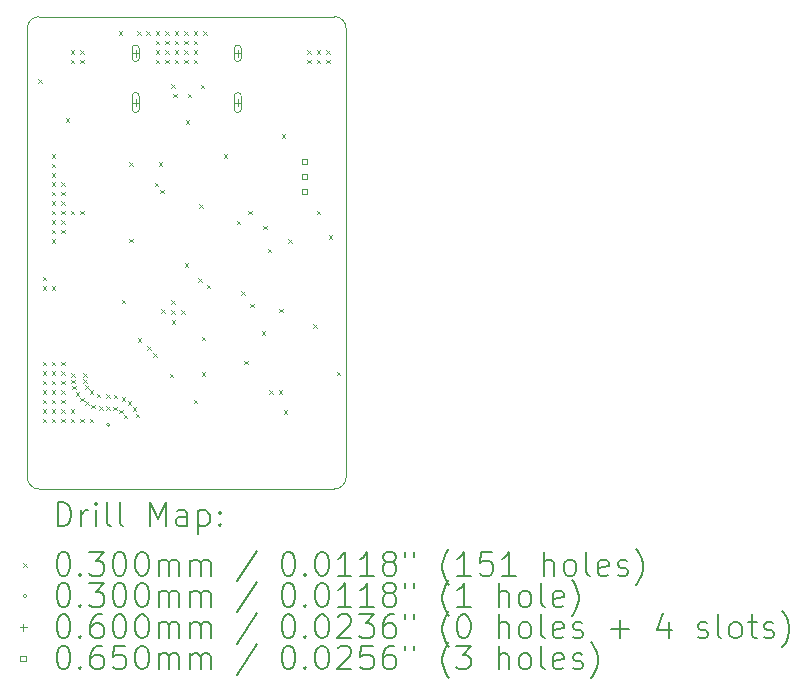
<source format=gbr>
%TF.GenerationSoftware,KiCad,Pcbnew,8.0.7-8.0.7-0~ubuntu24.04.1*%
%TF.CreationDate,2025-01-06T18:45:48-05:00*%
%TF.ProjectId,ESP32_C3_LVGL_DEVBOARD,45535033-325f-4433-935f-4c56474c5f44,rev?*%
%TF.SameCoordinates,Original*%
%TF.FileFunction,Drillmap*%
%TF.FilePolarity,Positive*%
%FSLAX45Y45*%
G04 Gerber Fmt 4.5, Leading zero omitted, Abs format (unit mm)*
G04 Created by KiCad (PCBNEW 8.0.7-8.0.7-0~ubuntu24.04.1) date 2025-01-06 18:45:48*
%MOMM*%
%LPD*%
G01*
G04 APERTURE LIST*
%ADD10C,0.050000*%
%ADD11C,0.200000*%
%ADD12C,0.100000*%
G04 APERTURE END LIST*
D10*
X16650000Y-10550000D02*
X14150000Y-10550000D01*
X16750000Y-10450000D02*
G75*
G02*
X16650000Y-10550000I-100000J0D01*
G01*
X14150000Y-10550000D02*
G75*
G02*
X14050000Y-10450000I0J100000D01*
G01*
X14150000Y-6550000D02*
X16650000Y-6550000D01*
X16750000Y-6650000D02*
X16750000Y-10450000D01*
X16650000Y-6550000D02*
G75*
G02*
X16750000Y-6650000I0J-100000D01*
G01*
X14050000Y-6650000D02*
G75*
G02*
X14150000Y-6550000I100000J0D01*
G01*
X14050000Y-10450000D02*
X14050000Y-6650000D01*
D11*
D12*
X14145000Y-7080000D02*
X14175000Y-7110000D01*
X14175000Y-7080000D02*
X14145000Y-7110000D01*
X14179167Y-8754175D02*
X14209167Y-8784175D01*
X14209167Y-8754175D02*
X14179167Y-8784175D01*
X14179167Y-8834175D02*
X14209167Y-8864175D01*
X14209167Y-8834175D02*
X14179167Y-8864175D01*
X14179167Y-9474175D02*
X14209167Y-9504175D01*
X14209167Y-9474175D02*
X14179167Y-9504175D01*
X14179167Y-9554175D02*
X14209167Y-9584175D01*
X14209167Y-9554175D02*
X14179167Y-9584175D01*
X14179167Y-9634175D02*
X14209167Y-9664175D01*
X14209167Y-9634175D02*
X14179167Y-9664175D01*
X14179167Y-9714175D02*
X14209167Y-9744175D01*
X14209167Y-9714175D02*
X14179167Y-9744175D01*
X14179167Y-9794175D02*
X14209167Y-9824175D01*
X14209167Y-9794175D02*
X14179167Y-9824175D01*
X14179167Y-9874175D02*
X14209167Y-9904175D01*
X14209167Y-9874175D02*
X14179167Y-9904175D01*
X14179167Y-9954175D02*
X14209167Y-9984175D01*
X14209167Y-9954175D02*
X14179167Y-9984175D01*
X14259167Y-7714175D02*
X14289167Y-7744175D01*
X14289167Y-7714175D02*
X14259167Y-7744175D01*
X14259167Y-7794175D02*
X14289167Y-7824175D01*
X14289167Y-7794175D02*
X14259167Y-7824175D01*
X14259167Y-7874175D02*
X14289167Y-7904175D01*
X14289167Y-7874175D02*
X14259167Y-7904175D01*
X14259167Y-7954175D02*
X14289167Y-7984175D01*
X14289167Y-7954175D02*
X14259167Y-7984175D01*
X14259167Y-8034175D02*
X14289167Y-8064175D01*
X14289167Y-8034175D02*
X14259167Y-8064175D01*
X14259167Y-8114175D02*
X14289167Y-8144175D01*
X14289167Y-8114175D02*
X14259167Y-8144175D01*
X14259167Y-8194175D02*
X14289167Y-8224175D01*
X14289167Y-8194175D02*
X14259167Y-8224175D01*
X14259167Y-8274175D02*
X14289167Y-8304175D01*
X14289167Y-8274175D02*
X14259167Y-8304175D01*
X14259167Y-8354175D02*
X14289167Y-8384175D01*
X14289167Y-8354175D02*
X14259167Y-8384175D01*
X14259167Y-8434175D02*
X14289167Y-8464175D01*
X14289167Y-8434175D02*
X14259167Y-8464175D01*
X14259167Y-8834175D02*
X14289167Y-8864175D01*
X14289167Y-8834175D02*
X14259167Y-8864175D01*
X14259167Y-9474175D02*
X14289167Y-9504175D01*
X14289167Y-9474175D02*
X14259167Y-9504175D01*
X14259167Y-9554175D02*
X14289167Y-9584175D01*
X14289167Y-9554175D02*
X14259167Y-9584175D01*
X14259167Y-9634175D02*
X14289167Y-9664175D01*
X14289167Y-9634175D02*
X14259167Y-9664175D01*
X14259167Y-9714175D02*
X14289167Y-9744175D01*
X14289167Y-9714175D02*
X14259167Y-9744175D01*
X14259167Y-9794175D02*
X14289167Y-9824175D01*
X14289167Y-9794175D02*
X14259167Y-9824175D01*
X14259167Y-9874175D02*
X14289167Y-9904175D01*
X14289167Y-9874175D02*
X14259167Y-9904175D01*
X14259167Y-9954175D02*
X14289167Y-9984175D01*
X14289167Y-9954175D02*
X14259167Y-9984175D01*
X14339167Y-7954175D02*
X14369167Y-7984175D01*
X14369167Y-7954175D02*
X14339167Y-7984175D01*
X14339167Y-8034175D02*
X14369167Y-8064175D01*
X14369167Y-8034175D02*
X14339167Y-8064175D01*
X14339167Y-8114175D02*
X14369167Y-8144175D01*
X14369167Y-8114175D02*
X14339167Y-8144175D01*
X14339167Y-8194175D02*
X14369167Y-8224175D01*
X14369167Y-8194175D02*
X14339167Y-8224175D01*
X14339167Y-8274175D02*
X14369167Y-8304175D01*
X14369167Y-8274175D02*
X14339167Y-8304175D01*
X14339167Y-8354175D02*
X14369167Y-8384175D01*
X14369167Y-8354175D02*
X14339167Y-8384175D01*
X14339167Y-9474175D02*
X14369167Y-9504175D01*
X14369167Y-9474175D02*
X14339167Y-9504175D01*
X14339167Y-9554175D02*
X14369167Y-9584175D01*
X14369167Y-9554175D02*
X14339167Y-9584175D01*
X14339167Y-9634175D02*
X14369167Y-9664175D01*
X14369167Y-9634175D02*
X14339167Y-9664175D01*
X14339167Y-9714175D02*
X14369167Y-9744175D01*
X14369167Y-9714175D02*
X14339167Y-9744175D01*
X14339167Y-9794175D02*
X14369167Y-9824175D01*
X14369167Y-9794175D02*
X14339167Y-9824175D01*
X14339167Y-9874175D02*
X14369167Y-9904175D01*
X14369167Y-9874175D02*
X14339167Y-9904175D01*
X14339167Y-9954175D02*
X14369167Y-9984175D01*
X14369167Y-9954175D02*
X14339167Y-9984175D01*
X14377500Y-7412500D02*
X14407500Y-7442500D01*
X14407500Y-7412500D02*
X14377500Y-7442500D01*
X14419167Y-6834175D02*
X14449167Y-6864175D01*
X14449167Y-6834175D02*
X14419167Y-6864175D01*
X14419167Y-6914175D02*
X14449167Y-6944175D01*
X14449167Y-6914175D02*
X14419167Y-6944175D01*
X14419167Y-8194175D02*
X14449167Y-8224175D01*
X14449167Y-8194175D02*
X14419167Y-8224175D01*
X14419167Y-9874175D02*
X14449167Y-9904175D01*
X14449167Y-9874175D02*
X14419167Y-9904175D01*
X14419167Y-9954175D02*
X14449167Y-9984175D01*
X14449167Y-9954175D02*
X14419167Y-9984175D01*
X14421897Y-9570000D02*
X14451897Y-9600000D01*
X14451897Y-9570000D02*
X14421897Y-9600000D01*
X14422500Y-9625000D02*
X14452500Y-9655000D01*
X14452500Y-9625000D02*
X14422500Y-9655000D01*
X14432500Y-9675000D02*
X14462500Y-9705000D01*
X14462500Y-9675000D02*
X14432500Y-9705000D01*
X14460486Y-9729743D02*
X14490486Y-9759743D01*
X14490486Y-9729743D02*
X14460486Y-9759743D01*
X14499167Y-6834175D02*
X14529167Y-6864175D01*
X14529167Y-6834175D02*
X14499167Y-6864175D01*
X14499167Y-6914175D02*
X14529167Y-6944175D01*
X14529167Y-6914175D02*
X14499167Y-6944175D01*
X14499167Y-8194175D02*
X14529167Y-8224175D01*
X14529167Y-8194175D02*
X14499167Y-8224175D01*
X14499167Y-9954175D02*
X14529167Y-9984175D01*
X14529167Y-9954175D02*
X14499167Y-9984175D01*
X14500000Y-9777500D02*
X14530000Y-9807500D01*
X14530000Y-9777500D02*
X14500000Y-9807500D01*
X14522500Y-9570000D02*
X14552500Y-9600000D01*
X14552500Y-9570000D02*
X14522500Y-9600000D01*
X14525000Y-9622500D02*
X14555000Y-9652500D01*
X14555000Y-9622500D02*
X14525000Y-9652500D01*
X14539601Y-9808872D02*
X14569601Y-9838872D01*
X14569601Y-9808872D02*
X14539601Y-9838872D01*
X14542500Y-9672500D02*
X14572500Y-9702500D01*
X14572500Y-9672500D02*
X14542500Y-9702500D01*
X14577500Y-9712500D02*
X14607500Y-9742500D01*
X14607500Y-9712500D02*
X14577500Y-9742500D01*
X14579167Y-9954175D02*
X14609167Y-9984175D01*
X14609167Y-9954175D02*
X14579167Y-9984175D01*
X14590000Y-9835000D02*
X14620000Y-9865000D01*
X14620000Y-9835000D02*
X14590000Y-9865000D01*
X14639000Y-9745000D02*
X14669000Y-9775000D01*
X14669000Y-9745000D02*
X14639000Y-9775000D01*
X14657500Y-9847500D02*
X14687500Y-9877500D01*
X14687500Y-9847500D02*
X14657500Y-9877500D01*
X14717500Y-9747500D02*
X14747500Y-9777500D01*
X14747500Y-9747500D02*
X14717500Y-9777500D01*
X14719000Y-9847500D02*
X14749000Y-9877500D01*
X14749000Y-9847500D02*
X14719000Y-9877500D01*
X14778000Y-9852000D02*
X14808000Y-9882000D01*
X14808000Y-9852000D02*
X14778000Y-9882000D01*
X14784000Y-9752000D02*
X14814000Y-9782000D01*
X14814000Y-9752000D02*
X14784000Y-9782000D01*
X14825000Y-6675000D02*
X14855000Y-6705000D01*
X14855000Y-6675000D02*
X14825000Y-6705000D01*
X14831000Y-9879000D02*
X14861000Y-9909000D01*
X14861000Y-9879000D02*
X14831000Y-9909000D01*
X14848000Y-8947000D02*
X14878000Y-8977000D01*
X14878000Y-8947000D02*
X14848000Y-8977000D01*
X14849000Y-9772000D02*
X14879000Y-9802000D01*
X14879000Y-9772000D02*
X14849000Y-9802000D01*
X14865000Y-9920000D02*
X14895000Y-9950000D01*
X14895000Y-9920000D02*
X14865000Y-9950000D01*
X14900000Y-9808000D02*
X14930000Y-9838000D01*
X14930000Y-9808000D02*
X14900000Y-9838000D01*
X14915000Y-7785000D02*
X14945000Y-7815000D01*
X14945000Y-7785000D02*
X14915000Y-7815000D01*
X14915000Y-8430000D02*
X14945000Y-8460000D01*
X14945000Y-8430000D02*
X14915000Y-8460000D01*
X14942000Y-9857000D02*
X14972000Y-9887000D01*
X14972000Y-9857000D02*
X14942000Y-9887000D01*
X14969000Y-9914000D02*
X14999000Y-9944000D01*
X14999000Y-9914000D02*
X14969000Y-9944000D01*
X14979167Y-6674175D02*
X15009167Y-6704175D01*
X15009167Y-6674175D02*
X14979167Y-6704175D01*
X14985000Y-9272500D02*
X15015000Y-9302500D01*
X15015000Y-9272500D02*
X14985000Y-9302500D01*
X15059167Y-6674175D02*
X15089167Y-6704175D01*
X15089167Y-6674175D02*
X15059167Y-6704175D01*
X15065000Y-9340000D02*
X15095000Y-9370000D01*
X15095000Y-9340000D02*
X15065000Y-9370000D01*
X15118814Y-9399195D02*
X15148814Y-9429195D01*
X15148814Y-9399195D02*
X15118814Y-9429195D01*
X15128000Y-7955000D02*
X15158000Y-7985000D01*
X15158000Y-7955000D02*
X15128000Y-7985000D01*
X15139167Y-6674175D02*
X15169167Y-6704175D01*
X15169167Y-6674175D02*
X15139167Y-6704175D01*
X15139167Y-6754175D02*
X15169167Y-6784175D01*
X15169167Y-6754175D02*
X15139167Y-6784175D01*
X15139167Y-6834175D02*
X15169167Y-6864175D01*
X15169167Y-6834175D02*
X15139167Y-6864175D01*
X15139167Y-6914175D02*
X15169167Y-6944175D01*
X15169167Y-6914175D02*
X15139167Y-6944175D01*
X15165000Y-7785000D02*
X15195000Y-7815000D01*
X15195000Y-7785000D02*
X15165000Y-7815000D01*
X15177333Y-8017978D02*
X15207333Y-8047978D01*
X15207333Y-8017978D02*
X15177333Y-8047978D01*
X15185000Y-9030000D02*
X15215000Y-9060000D01*
X15215000Y-9030000D02*
X15185000Y-9060000D01*
X15219167Y-6674175D02*
X15249167Y-6704175D01*
X15249167Y-6674175D02*
X15219167Y-6704175D01*
X15219167Y-6754175D02*
X15249167Y-6784175D01*
X15249167Y-6754175D02*
X15219167Y-6784175D01*
X15219167Y-6834175D02*
X15249167Y-6864175D01*
X15249167Y-6834175D02*
X15219167Y-6864175D01*
X15219167Y-6914175D02*
X15249167Y-6944175D01*
X15249167Y-6914175D02*
X15219167Y-6944175D01*
X15257500Y-9573336D02*
X15287500Y-9603336D01*
X15287500Y-9573336D02*
X15257500Y-9603336D01*
X15267500Y-8952500D02*
X15297500Y-8982500D01*
X15297500Y-8952500D02*
X15267500Y-8982500D01*
X15270000Y-7125000D02*
X15300000Y-7155000D01*
X15300000Y-7125000D02*
X15270000Y-7155000D01*
X15271031Y-9035746D02*
X15301031Y-9065746D01*
X15301031Y-9035746D02*
X15271031Y-9065746D01*
X15272500Y-9120000D02*
X15302500Y-9150000D01*
X15302500Y-9120000D02*
X15272500Y-9150000D01*
X15284311Y-7203710D02*
X15314311Y-7233710D01*
X15314311Y-7203710D02*
X15284311Y-7233710D01*
X15299167Y-6674175D02*
X15329167Y-6704175D01*
X15329167Y-6674175D02*
X15299167Y-6704175D01*
X15299167Y-6754175D02*
X15329167Y-6784175D01*
X15329167Y-6754175D02*
X15299167Y-6784175D01*
X15299167Y-6834175D02*
X15329167Y-6864175D01*
X15329167Y-6834175D02*
X15299167Y-6864175D01*
X15299167Y-6914175D02*
X15329167Y-6944175D01*
X15329167Y-6914175D02*
X15299167Y-6944175D01*
X15355000Y-9035000D02*
X15385000Y-9065000D01*
X15385000Y-9035000D02*
X15355000Y-9065000D01*
X15379167Y-6674175D02*
X15409167Y-6704175D01*
X15409167Y-6674175D02*
X15379167Y-6704175D01*
X15379167Y-6754175D02*
X15409167Y-6784175D01*
X15409167Y-6754175D02*
X15379167Y-6784175D01*
X15379167Y-6834175D02*
X15409167Y-6864175D01*
X15409167Y-6834175D02*
X15379167Y-6864175D01*
X15379167Y-6914175D02*
X15409167Y-6944175D01*
X15409167Y-6914175D02*
X15379167Y-6944175D01*
X15382500Y-8640000D02*
X15412500Y-8670000D01*
X15412500Y-8640000D02*
X15382500Y-8670000D01*
X15390000Y-7430000D02*
X15420000Y-7460000D01*
X15420000Y-7430000D02*
X15390000Y-7460000D01*
X15410000Y-7205000D02*
X15440000Y-7235000D01*
X15440000Y-7205000D02*
X15410000Y-7235000D01*
X15459167Y-6674175D02*
X15489167Y-6704175D01*
X15489167Y-6674175D02*
X15459167Y-6704175D01*
X15459167Y-6754175D02*
X15489167Y-6784175D01*
X15489167Y-6754175D02*
X15459167Y-6784175D01*
X15459167Y-6834175D02*
X15489167Y-6864175D01*
X15489167Y-6834175D02*
X15459167Y-6864175D01*
X15459167Y-6914175D02*
X15489167Y-6944175D01*
X15489167Y-6914175D02*
X15459167Y-6944175D01*
X15459167Y-9794175D02*
X15489167Y-9824175D01*
X15489167Y-9794175D02*
X15459167Y-9824175D01*
X15496399Y-8765706D02*
X15526399Y-8795706D01*
X15526399Y-8765706D02*
X15496399Y-8795706D01*
X15505000Y-8140000D02*
X15535000Y-8170000D01*
X15535000Y-8140000D02*
X15505000Y-8170000D01*
X15517500Y-7127500D02*
X15547500Y-7157500D01*
X15547500Y-7127500D02*
X15517500Y-7157500D01*
X15527500Y-9262500D02*
X15557500Y-9292500D01*
X15557500Y-9262500D02*
X15527500Y-9292500D01*
X15527500Y-9560000D02*
X15557500Y-9590000D01*
X15557500Y-9560000D02*
X15527500Y-9590000D01*
X15539167Y-6674175D02*
X15569167Y-6704175D01*
X15569167Y-6674175D02*
X15539167Y-6704175D01*
X15570872Y-8819824D02*
X15600872Y-8849824D01*
X15600872Y-8819824D02*
X15570872Y-8849824D01*
X15715000Y-7715000D02*
X15745000Y-7745000D01*
X15745000Y-7715000D02*
X15715000Y-7745000D01*
X15822500Y-8277500D02*
X15852500Y-8307500D01*
X15852500Y-8277500D02*
X15822500Y-8307500D01*
X15860000Y-8875000D02*
X15890000Y-8905000D01*
X15890000Y-8875000D02*
X15860000Y-8905000D01*
X15887500Y-9462500D02*
X15917500Y-9492500D01*
X15917500Y-9462500D02*
X15887500Y-9492500D01*
X15922500Y-8192500D02*
X15952500Y-8222500D01*
X15952500Y-8192500D02*
X15922500Y-8222500D01*
X15937500Y-8980000D02*
X15967500Y-9010000D01*
X15967500Y-8980000D02*
X15937500Y-9010000D01*
X16033933Y-9215000D02*
X16063933Y-9245000D01*
X16063933Y-9215000D02*
X16033933Y-9245000D01*
X16050000Y-8320000D02*
X16080000Y-8350000D01*
X16080000Y-8320000D02*
X16050000Y-8350000D01*
X16085000Y-8515000D02*
X16115000Y-8545000D01*
X16115000Y-8515000D02*
X16085000Y-8545000D01*
X16099167Y-9714175D02*
X16129167Y-9744175D01*
X16129167Y-9714175D02*
X16099167Y-9744175D01*
X16179167Y-9714175D02*
X16209167Y-9744175D01*
X16209167Y-9714175D02*
X16179167Y-9744175D01*
X16185000Y-9025000D02*
X16215000Y-9055000D01*
X16215000Y-9025000D02*
X16185000Y-9055000D01*
X16205000Y-7545000D02*
X16235000Y-7575000D01*
X16235000Y-7545000D02*
X16205000Y-7575000D01*
X16222500Y-9885000D02*
X16252500Y-9915000D01*
X16252500Y-9885000D02*
X16222500Y-9915000D01*
X16259167Y-8434175D02*
X16289167Y-8464175D01*
X16289167Y-8434175D02*
X16259167Y-8464175D01*
X16419167Y-6834175D02*
X16449167Y-6864175D01*
X16449167Y-6834175D02*
X16419167Y-6864175D01*
X16419167Y-6914175D02*
X16449167Y-6944175D01*
X16449167Y-6914175D02*
X16419167Y-6944175D01*
X16470000Y-9155000D02*
X16500000Y-9185000D01*
X16500000Y-9155000D02*
X16470000Y-9185000D01*
X16499167Y-6834175D02*
X16529167Y-6864175D01*
X16529167Y-6834175D02*
X16499167Y-6864175D01*
X16499167Y-6914175D02*
X16529167Y-6944175D01*
X16529167Y-6914175D02*
X16499167Y-6944175D01*
X16499167Y-8194175D02*
X16529167Y-8224175D01*
X16529167Y-8194175D02*
X16499167Y-8224175D01*
X16579167Y-6834175D02*
X16609167Y-6864175D01*
X16609167Y-6834175D02*
X16579167Y-6864175D01*
X16579167Y-6914175D02*
X16609167Y-6944175D01*
X16609167Y-6914175D02*
X16579167Y-6944175D01*
X16602500Y-8402500D02*
X16632500Y-8432500D01*
X16632500Y-8402500D02*
X16602500Y-8432500D01*
X16670000Y-9557500D02*
X16700000Y-9587500D01*
X16700000Y-9557500D02*
X16670000Y-9587500D01*
X14750000Y-10005000D02*
G75*
G02*
X14720000Y-10005000I-15000J0D01*
G01*
X14720000Y-10005000D02*
G75*
G02*
X14750000Y-10005000I15000J0D01*
G01*
X14968000Y-6830500D02*
X14968000Y-6890500D01*
X14938000Y-6860500D02*
X14998000Y-6860500D01*
X14998000Y-6900500D02*
X14998000Y-6820500D01*
X14938000Y-6820500D02*
G75*
G02*
X14998000Y-6820500I30000J0D01*
G01*
X14938000Y-6820500D02*
X14938000Y-6900500D01*
X14938000Y-6900500D02*
G75*
G03*
X14998000Y-6900500I30000J0D01*
G01*
X14968000Y-7248500D02*
X14968000Y-7308500D01*
X14938000Y-7278500D02*
X14998000Y-7278500D01*
X14998000Y-7333500D02*
X14998000Y-7223500D01*
X14938000Y-7223500D02*
G75*
G02*
X14998000Y-7223500I30000J0D01*
G01*
X14938000Y-7223500D02*
X14938000Y-7333500D01*
X14938000Y-7333500D02*
G75*
G03*
X14998000Y-7333500I30000J0D01*
G01*
X15832000Y-6830500D02*
X15832000Y-6890500D01*
X15802000Y-6860500D02*
X15862000Y-6860500D01*
X15862000Y-6900500D02*
X15862000Y-6820500D01*
X15802000Y-6820500D02*
G75*
G02*
X15862000Y-6820500I30000J0D01*
G01*
X15802000Y-6820500D02*
X15802000Y-6900500D01*
X15802000Y-6900500D02*
G75*
G03*
X15862000Y-6900500I30000J0D01*
G01*
X15832000Y-7248500D02*
X15832000Y-7308500D01*
X15802000Y-7278500D02*
X15862000Y-7278500D01*
X15862000Y-7333500D02*
X15862000Y-7223500D01*
X15802000Y-7223500D02*
G75*
G02*
X15862000Y-7223500I30000J0D01*
G01*
X15802000Y-7223500D02*
X15802000Y-7333500D01*
X15802000Y-7333500D02*
G75*
G03*
X15862000Y-7333500I30000J0D01*
G01*
X16417981Y-7798981D02*
X16417981Y-7753019D01*
X16372019Y-7753019D01*
X16372019Y-7798981D01*
X16417981Y-7798981D01*
X16417981Y-7925981D02*
X16417981Y-7880019D01*
X16372019Y-7880019D01*
X16372019Y-7925981D01*
X16417981Y-7925981D01*
X16417981Y-8052981D02*
X16417981Y-8007019D01*
X16372019Y-8007019D01*
X16372019Y-8052981D01*
X16417981Y-8052981D01*
D11*
X14308277Y-10863984D02*
X14308277Y-10663984D01*
X14308277Y-10663984D02*
X14355896Y-10663984D01*
X14355896Y-10663984D02*
X14384467Y-10673508D01*
X14384467Y-10673508D02*
X14403515Y-10692555D01*
X14403515Y-10692555D02*
X14413039Y-10711603D01*
X14413039Y-10711603D02*
X14422562Y-10749698D01*
X14422562Y-10749698D02*
X14422562Y-10778270D01*
X14422562Y-10778270D02*
X14413039Y-10816365D01*
X14413039Y-10816365D02*
X14403515Y-10835412D01*
X14403515Y-10835412D02*
X14384467Y-10854460D01*
X14384467Y-10854460D02*
X14355896Y-10863984D01*
X14355896Y-10863984D02*
X14308277Y-10863984D01*
X14508277Y-10863984D02*
X14508277Y-10730650D01*
X14508277Y-10768746D02*
X14517801Y-10749698D01*
X14517801Y-10749698D02*
X14527324Y-10740174D01*
X14527324Y-10740174D02*
X14546372Y-10730650D01*
X14546372Y-10730650D02*
X14565420Y-10730650D01*
X14632086Y-10863984D02*
X14632086Y-10730650D01*
X14632086Y-10663984D02*
X14622562Y-10673508D01*
X14622562Y-10673508D02*
X14632086Y-10683031D01*
X14632086Y-10683031D02*
X14641610Y-10673508D01*
X14641610Y-10673508D02*
X14632086Y-10663984D01*
X14632086Y-10663984D02*
X14632086Y-10683031D01*
X14755896Y-10863984D02*
X14736848Y-10854460D01*
X14736848Y-10854460D02*
X14727324Y-10835412D01*
X14727324Y-10835412D02*
X14727324Y-10663984D01*
X14860658Y-10863984D02*
X14841610Y-10854460D01*
X14841610Y-10854460D02*
X14832086Y-10835412D01*
X14832086Y-10835412D02*
X14832086Y-10663984D01*
X15089229Y-10863984D02*
X15089229Y-10663984D01*
X15089229Y-10663984D02*
X15155896Y-10806841D01*
X15155896Y-10806841D02*
X15222562Y-10663984D01*
X15222562Y-10663984D02*
X15222562Y-10863984D01*
X15403515Y-10863984D02*
X15403515Y-10759222D01*
X15403515Y-10759222D02*
X15393991Y-10740174D01*
X15393991Y-10740174D02*
X15374943Y-10730650D01*
X15374943Y-10730650D02*
X15336848Y-10730650D01*
X15336848Y-10730650D02*
X15317801Y-10740174D01*
X15403515Y-10854460D02*
X15384467Y-10863984D01*
X15384467Y-10863984D02*
X15336848Y-10863984D01*
X15336848Y-10863984D02*
X15317801Y-10854460D01*
X15317801Y-10854460D02*
X15308277Y-10835412D01*
X15308277Y-10835412D02*
X15308277Y-10816365D01*
X15308277Y-10816365D02*
X15317801Y-10797317D01*
X15317801Y-10797317D02*
X15336848Y-10787793D01*
X15336848Y-10787793D02*
X15384467Y-10787793D01*
X15384467Y-10787793D02*
X15403515Y-10778270D01*
X15498753Y-10730650D02*
X15498753Y-10930650D01*
X15498753Y-10740174D02*
X15517801Y-10730650D01*
X15517801Y-10730650D02*
X15555896Y-10730650D01*
X15555896Y-10730650D02*
X15574943Y-10740174D01*
X15574943Y-10740174D02*
X15584467Y-10749698D01*
X15584467Y-10749698D02*
X15593991Y-10768746D01*
X15593991Y-10768746D02*
X15593991Y-10825889D01*
X15593991Y-10825889D02*
X15584467Y-10844936D01*
X15584467Y-10844936D02*
X15574943Y-10854460D01*
X15574943Y-10854460D02*
X15555896Y-10863984D01*
X15555896Y-10863984D02*
X15517801Y-10863984D01*
X15517801Y-10863984D02*
X15498753Y-10854460D01*
X15679705Y-10844936D02*
X15689229Y-10854460D01*
X15689229Y-10854460D02*
X15679705Y-10863984D01*
X15679705Y-10863984D02*
X15670182Y-10854460D01*
X15670182Y-10854460D02*
X15679705Y-10844936D01*
X15679705Y-10844936D02*
X15679705Y-10863984D01*
X15679705Y-10740174D02*
X15689229Y-10749698D01*
X15689229Y-10749698D02*
X15679705Y-10759222D01*
X15679705Y-10759222D02*
X15670182Y-10749698D01*
X15670182Y-10749698D02*
X15679705Y-10740174D01*
X15679705Y-10740174D02*
X15679705Y-10759222D01*
D12*
X14017500Y-11177500D02*
X14047500Y-11207500D01*
X14047500Y-11177500D02*
X14017500Y-11207500D01*
D11*
X14346372Y-11083984D02*
X14365420Y-11083984D01*
X14365420Y-11083984D02*
X14384467Y-11093508D01*
X14384467Y-11093508D02*
X14393991Y-11103031D01*
X14393991Y-11103031D02*
X14403515Y-11122079D01*
X14403515Y-11122079D02*
X14413039Y-11160174D01*
X14413039Y-11160174D02*
X14413039Y-11207793D01*
X14413039Y-11207793D02*
X14403515Y-11245888D01*
X14403515Y-11245888D02*
X14393991Y-11264936D01*
X14393991Y-11264936D02*
X14384467Y-11274460D01*
X14384467Y-11274460D02*
X14365420Y-11283984D01*
X14365420Y-11283984D02*
X14346372Y-11283984D01*
X14346372Y-11283984D02*
X14327324Y-11274460D01*
X14327324Y-11274460D02*
X14317801Y-11264936D01*
X14317801Y-11264936D02*
X14308277Y-11245888D01*
X14308277Y-11245888D02*
X14298753Y-11207793D01*
X14298753Y-11207793D02*
X14298753Y-11160174D01*
X14298753Y-11160174D02*
X14308277Y-11122079D01*
X14308277Y-11122079D02*
X14317801Y-11103031D01*
X14317801Y-11103031D02*
X14327324Y-11093508D01*
X14327324Y-11093508D02*
X14346372Y-11083984D01*
X14498753Y-11264936D02*
X14508277Y-11274460D01*
X14508277Y-11274460D02*
X14498753Y-11283984D01*
X14498753Y-11283984D02*
X14489229Y-11274460D01*
X14489229Y-11274460D02*
X14498753Y-11264936D01*
X14498753Y-11264936D02*
X14498753Y-11283984D01*
X14574943Y-11083984D02*
X14698753Y-11083984D01*
X14698753Y-11083984D02*
X14632086Y-11160174D01*
X14632086Y-11160174D02*
X14660658Y-11160174D01*
X14660658Y-11160174D02*
X14679705Y-11169698D01*
X14679705Y-11169698D02*
X14689229Y-11179222D01*
X14689229Y-11179222D02*
X14698753Y-11198269D01*
X14698753Y-11198269D02*
X14698753Y-11245888D01*
X14698753Y-11245888D02*
X14689229Y-11264936D01*
X14689229Y-11264936D02*
X14679705Y-11274460D01*
X14679705Y-11274460D02*
X14660658Y-11283984D01*
X14660658Y-11283984D02*
X14603515Y-11283984D01*
X14603515Y-11283984D02*
X14584467Y-11274460D01*
X14584467Y-11274460D02*
X14574943Y-11264936D01*
X14822562Y-11083984D02*
X14841610Y-11083984D01*
X14841610Y-11083984D02*
X14860658Y-11093508D01*
X14860658Y-11093508D02*
X14870182Y-11103031D01*
X14870182Y-11103031D02*
X14879705Y-11122079D01*
X14879705Y-11122079D02*
X14889229Y-11160174D01*
X14889229Y-11160174D02*
X14889229Y-11207793D01*
X14889229Y-11207793D02*
X14879705Y-11245888D01*
X14879705Y-11245888D02*
X14870182Y-11264936D01*
X14870182Y-11264936D02*
X14860658Y-11274460D01*
X14860658Y-11274460D02*
X14841610Y-11283984D01*
X14841610Y-11283984D02*
X14822562Y-11283984D01*
X14822562Y-11283984D02*
X14803515Y-11274460D01*
X14803515Y-11274460D02*
X14793991Y-11264936D01*
X14793991Y-11264936D02*
X14784467Y-11245888D01*
X14784467Y-11245888D02*
X14774943Y-11207793D01*
X14774943Y-11207793D02*
X14774943Y-11160174D01*
X14774943Y-11160174D02*
X14784467Y-11122079D01*
X14784467Y-11122079D02*
X14793991Y-11103031D01*
X14793991Y-11103031D02*
X14803515Y-11093508D01*
X14803515Y-11093508D02*
X14822562Y-11083984D01*
X15013039Y-11083984D02*
X15032086Y-11083984D01*
X15032086Y-11083984D02*
X15051134Y-11093508D01*
X15051134Y-11093508D02*
X15060658Y-11103031D01*
X15060658Y-11103031D02*
X15070182Y-11122079D01*
X15070182Y-11122079D02*
X15079705Y-11160174D01*
X15079705Y-11160174D02*
X15079705Y-11207793D01*
X15079705Y-11207793D02*
X15070182Y-11245888D01*
X15070182Y-11245888D02*
X15060658Y-11264936D01*
X15060658Y-11264936D02*
X15051134Y-11274460D01*
X15051134Y-11274460D02*
X15032086Y-11283984D01*
X15032086Y-11283984D02*
X15013039Y-11283984D01*
X15013039Y-11283984D02*
X14993991Y-11274460D01*
X14993991Y-11274460D02*
X14984467Y-11264936D01*
X14984467Y-11264936D02*
X14974943Y-11245888D01*
X14974943Y-11245888D02*
X14965420Y-11207793D01*
X14965420Y-11207793D02*
X14965420Y-11160174D01*
X14965420Y-11160174D02*
X14974943Y-11122079D01*
X14974943Y-11122079D02*
X14984467Y-11103031D01*
X14984467Y-11103031D02*
X14993991Y-11093508D01*
X14993991Y-11093508D02*
X15013039Y-11083984D01*
X15165420Y-11283984D02*
X15165420Y-11150650D01*
X15165420Y-11169698D02*
X15174943Y-11160174D01*
X15174943Y-11160174D02*
X15193991Y-11150650D01*
X15193991Y-11150650D02*
X15222563Y-11150650D01*
X15222563Y-11150650D02*
X15241610Y-11160174D01*
X15241610Y-11160174D02*
X15251134Y-11179222D01*
X15251134Y-11179222D02*
X15251134Y-11283984D01*
X15251134Y-11179222D02*
X15260658Y-11160174D01*
X15260658Y-11160174D02*
X15279705Y-11150650D01*
X15279705Y-11150650D02*
X15308277Y-11150650D01*
X15308277Y-11150650D02*
X15327324Y-11160174D01*
X15327324Y-11160174D02*
X15336848Y-11179222D01*
X15336848Y-11179222D02*
X15336848Y-11283984D01*
X15432086Y-11283984D02*
X15432086Y-11150650D01*
X15432086Y-11169698D02*
X15441610Y-11160174D01*
X15441610Y-11160174D02*
X15460658Y-11150650D01*
X15460658Y-11150650D02*
X15489229Y-11150650D01*
X15489229Y-11150650D02*
X15508277Y-11160174D01*
X15508277Y-11160174D02*
X15517801Y-11179222D01*
X15517801Y-11179222D02*
X15517801Y-11283984D01*
X15517801Y-11179222D02*
X15527324Y-11160174D01*
X15527324Y-11160174D02*
X15546372Y-11150650D01*
X15546372Y-11150650D02*
X15574943Y-11150650D01*
X15574943Y-11150650D02*
X15593991Y-11160174D01*
X15593991Y-11160174D02*
X15603515Y-11179222D01*
X15603515Y-11179222D02*
X15603515Y-11283984D01*
X15993991Y-11074460D02*
X15822563Y-11331603D01*
X16251134Y-11083984D02*
X16270182Y-11083984D01*
X16270182Y-11083984D02*
X16289229Y-11093508D01*
X16289229Y-11093508D02*
X16298753Y-11103031D01*
X16298753Y-11103031D02*
X16308277Y-11122079D01*
X16308277Y-11122079D02*
X16317801Y-11160174D01*
X16317801Y-11160174D02*
X16317801Y-11207793D01*
X16317801Y-11207793D02*
X16308277Y-11245888D01*
X16308277Y-11245888D02*
X16298753Y-11264936D01*
X16298753Y-11264936D02*
X16289229Y-11274460D01*
X16289229Y-11274460D02*
X16270182Y-11283984D01*
X16270182Y-11283984D02*
X16251134Y-11283984D01*
X16251134Y-11283984D02*
X16232086Y-11274460D01*
X16232086Y-11274460D02*
X16222563Y-11264936D01*
X16222563Y-11264936D02*
X16213039Y-11245888D01*
X16213039Y-11245888D02*
X16203515Y-11207793D01*
X16203515Y-11207793D02*
X16203515Y-11160174D01*
X16203515Y-11160174D02*
X16213039Y-11122079D01*
X16213039Y-11122079D02*
X16222563Y-11103031D01*
X16222563Y-11103031D02*
X16232086Y-11093508D01*
X16232086Y-11093508D02*
X16251134Y-11083984D01*
X16403515Y-11264936D02*
X16413039Y-11274460D01*
X16413039Y-11274460D02*
X16403515Y-11283984D01*
X16403515Y-11283984D02*
X16393991Y-11274460D01*
X16393991Y-11274460D02*
X16403515Y-11264936D01*
X16403515Y-11264936D02*
X16403515Y-11283984D01*
X16536848Y-11083984D02*
X16555896Y-11083984D01*
X16555896Y-11083984D02*
X16574944Y-11093508D01*
X16574944Y-11093508D02*
X16584467Y-11103031D01*
X16584467Y-11103031D02*
X16593991Y-11122079D01*
X16593991Y-11122079D02*
X16603515Y-11160174D01*
X16603515Y-11160174D02*
X16603515Y-11207793D01*
X16603515Y-11207793D02*
X16593991Y-11245888D01*
X16593991Y-11245888D02*
X16584467Y-11264936D01*
X16584467Y-11264936D02*
X16574944Y-11274460D01*
X16574944Y-11274460D02*
X16555896Y-11283984D01*
X16555896Y-11283984D02*
X16536848Y-11283984D01*
X16536848Y-11283984D02*
X16517801Y-11274460D01*
X16517801Y-11274460D02*
X16508277Y-11264936D01*
X16508277Y-11264936D02*
X16498753Y-11245888D01*
X16498753Y-11245888D02*
X16489229Y-11207793D01*
X16489229Y-11207793D02*
X16489229Y-11160174D01*
X16489229Y-11160174D02*
X16498753Y-11122079D01*
X16498753Y-11122079D02*
X16508277Y-11103031D01*
X16508277Y-11103031D02*
X16517801Y-11093508D01*
X16517801Y-11093508D02*
X16536848Y-11083984D01*
X16793991Y-11283984D02*
X16679706Y-11283984D01*
X16736848Y-11283984D02*
X16736848Y-11083984D01*
X16736848Y-11083984D02*
X16717801Y-11112555D01*
X16717801Y-11112555D02*
X16698753Y-11131603D01*
X16698753Y-11131603D02*
X16679706Y-11141127D01*
X16984468Y-11283984D02*
X16870182Y-11283984D01*
X16927325Y-11283984D02*
X16927325Y-11083984D01*
X16927325Y-11083984D02*
X16908277Y-11112555D01*
X16908277Y-11112555D02*
X16889229Y-11131603D01*
X16889229Y-11131603D02*
X16870182Y-11141127D01*
X17098753Y-11169698D02*
X17079706Y-11160174D01*
X17079706Y-11160174D02*
X17070182Y-11150650D01*
X17070182Y-11150650D02*
X17060658Y-11131603D01*
X17060658Y-11131603D02*
X17060658Y-11122079D01*
X17060658Y-11122079D02*
X17070182Y-11103031D01*
X17070182Y-11103031D02*
X17079706Y-11093508D01*
X17079706Y-11093508D02*
X17098753Y-11083984D01*
X17098753Y-11083984D02*
X17136849Y-11083984D01*
X17136849Y-11083984D02*
X17155896Y-11093508D01*
X17155896Y-11093508D02*
X17165420Y-11103031D01*
X17165420Y-11103031D02*
X17174944Y-11122079D01*
X17174944Y-11122079D02*
X17174944Y-11131603D01*
X17174944Y-11131603D02*
X17165420Y-11150650D01*
X17165420Y-11150650D02*
X17155896Y-11160174D01*
X17155896Y-11160174D02*
X17136849Y-11169698D01*
X17136849Y-11169698D02*
X17098753Y-11169698D01*
X17098753Y-11169698D02*
X17079706Y-11179222D01*
X17079706Y-11179222D02*
X17070182Y-11188746D01*
X17070182Y-11188746D02*
X17060658Y-11207793D01*
X17060658Y-11207793D02*
X17060658Y-11245888D01*
X17060658Y-11245888D02*
X17070182Y-11264936D01*
X17070182Y-11264936D02*
X17079706Y-11274460D01*
X17079706Y-11274460D02*
X17098753Y-11283984D01*
X17098753Y-11283984D02*
X17136849Y-11283984D01*
X17136849Y-11283984D02*
X17155896Y-11274460D01*
X17155896Y-11274460D02*
X17165420Y-11264936D01*
X17165420Y-11264936D02*
X17174944Y-11245888D01*
X17174944Y-11245888D02*
X17174944Y-11207793D01*
X17174944Y-11207793D02*
X17165420Y-11188746D01*
X17165420Y-11188746D02*
X17155896Y-11179222D01*
X17155896Y-11179222D02*
X17136849Y-11169698D01*
X17251134Y-11083984D02*
X17251134Y-11122079D01*
X17327325Y-11083984D02*
X17327325Y-11122079D01*
X17622563Y-11360174D02*
X17613039Y-11350650D01*
X17613039Y-11350650D02*
X17593991Y-11322079D01*
X17593991Y-11322079D02*
X17584468Y-11303031D01*
X17584468Y-11303031D02*
X17574944Y-11274460D01*
X17574944Y-11274460D02*
X17565420Y-11226841D01*
X17565420Y-11226841D02*
X17565420Y-11188746D01*
X17565420Y-11188746D02*
X17574944Y-11141127D01*
X17574944Y-11141127D02*
X17584468Y-11112555D01*
X17584468Y-11112555D02*
X17593991Y-11093508D01*
X17593991Y-11093508D02*
X17613039Y-11064936D01*
X17613039Y-11064936D02*
X17622563Y-11055412D01*
X17803515Y-11283984D02*
X17689230Y-11283984D01*
X17746372Y-11283984D02*
X17746372Y-11083984D01*
X17746372Y-11083984D02*
X17727325Y-11112555D01*
X17727325Y-11112555D02*
X17708277Y-11131603D01*
X17708277Y-11131603D02*
X17689230Y-11141127D01*
X17984468Y-11083984D02*
X17889230Y-11083984D01*
X17889230Y-11083984D02*
X17879706Y-11179222D01*
X17879706Y-11179222D02*
X17889230Y-11169698D01*
X17889230Y-11169698D02*
X17908277Y-11160174D01*
X17908277Y-11160174D02*
X17955896Y-11160174D01*
X17955896Y-11160174D02*
X17974944Y-11169698D01*
X17974944Y-11169698D02*
X17984468Y-11179222D01*
X17984468Y-11179222D02*
X17993991Y-11198269D01*
X17993991Y-11198269D02*
X17993991Y-11245888D01*
X17993991Y-11245888D02*
X17984468Y-11264936D01*
X17984468Y-11264936D02*
X17974944Y-11274460D01*
X17974944Y-11274460D02*
X17955896Y-11283984D01*
X17955896Y-11283984D02*
X17908277Y-11283984D01*
X17908277Y-11283984D02*
X17889230Y-11274460D01*
X17889230Y-11274460D02*
X17879706Y-11264936D01*
X18184468Y-11283984D02*
X18070182Y-11283984D01*
X18127325Y-11283984D02*
X18127325Y-11083984D01*
X18127325Y-11083984D02*
X18108277Y-11112555D01*
X18108277Y-11112555D02*
X18089230Y-11131603D01*
X18089230Y-11131603D02*
X18070182Y-11141127D01*
X18422563Y-11283984D02*
X18422563Y-11083984D01*
X18508277Y-11283984D02*
X18508277Y-11179222D01*
X18508277Y-11179222D02*
X18498753Y-11160174D01*
X18498753Y-11160174D02*
X18479706Y-11150650D01*
X18479706Y-11150650D02*
X18451134Y-11150650D01*
X18451134Y-11150650D02*
X18432087Y-11160174D01*
X18432087Y-11160174D02*
X18422563Y-11169698D01*
X18632087Y-11283984D02*
X18613039Y-11274460D01*
X18613039Y-11274460D02*
X18603515Y-11264936D01*
X18603515Y-11264936D02*
X18593992Y-11245888D01*
X18593992Y-11245888D02*
X18593992Y-11188746D01*
X18593992Y-11188746D02*
X18603515Y-11169698D01*
X18603515Y-11169698D02*
X18613039Y-11160174D01*
X18613039Y-11160174D02*
X18632087Y-11150650D01*
X18632087Y-11150650D02*
X18660658Y-11150650D01*
X18660658Y-11150650D02*
X18679706Y-11160174D01*
X18679706Y-11160174D02*
X18689230Y-11169698D01*
X18689230Y-11169698D02*
X18698753Y-11188746D01*
X18698753Y-11188746D02*
X18698753Y-11245888D01*
X18698753Y-11245888D02*
X18689230Y-11264936D01*
X18689230Y-11264936D02*
X18679706Y-11274460D01*
X18679706Y-11274460D02*
X18660658Y-11283984D01*
X18660658Y-11283984D02*
X18632087Y-11283984D01*
X18813039Y-11283984D02*
X18793992Y-11274460D01*
X18793992Y-11274460D02*
X18784468Y-11255412D01*
X18784468Y-11255412D02*
X18784468Y-11083984D01*
X18965420Y-11274460D02*
X18946373Y-11283984D01*
X18946373Y-11283984D02*
X18908277Y-11283984D01*
X18908277Y-11283984D02*
X18889230Y-11274460D01*
X18889230Y-11274460D02*
X18879706Y-11255412D01*
X18879706Y-11255412D02*
X18879706Y-11179222D01*
X18879706Y-11179222D02*
X18889230Y-11160174D01*
X18889230Y-11160174D02*
X18908277Y-11150650D01*
X18908277Y-11150650D02*
X18946373Y-11150650D01*
X18946373Y-11150650D02*
X18965420Y-11160174D01*
X18965420Y-11160174D02*
X18974944Y-11179222D01*
X18974944Y-11179222D02*
X18974944Y-11198269D01*
X18974944Y-11198269D02*
X18879706Y-11217317D01*
X19051134Y-11274460D02*
X19070182Y-11283984D01*
X19070182Y-11283984D02*
X19108277Y-11283984D01*
X19108277Y-11283984D02*
X19127325Y-11274460D01*
X19127325Y-11274460D02*
X19136849Y-11255412D01*
X19136849Y-11255412D02*
X19136849Y-11245888D01*
X19136849Y-11245888D02*
X19127325Y-11226841D01*
X19127325Y-11226841D02*
X19108277Y-11217317D01*
X19108277Y-11217317D02*
X19079706Y-11217317D01*
X19079706Y-11217317D02*
X19060658Y-11207793D01*
X19060658Y-11207793D02*
X19051134Y-11188746D01*
X19051134Y-11188746D02*
X19051134Y-11179222D01*
X19051134Y-11179222D02*
X19060658Y-11160174D01*
X19060658Y-11160174D02*
X19079706Y-11150650D01*
X19079706Y-11150650D02*
X19108277Y-11150650D01*
X19108277Y-11150650D02*
X19127325Y-11160174D01*
X19203515Y-11360174D02*
X19213039Y-11350650D01*
X19213039Y-11350650D02*
X19232087Y-11322079D01*
X19232087Y-11322079D02*
X19241611Y-11303031D01*
X19241611Y-11303031D02*
X19251134Y-11274460D01*
X19251134Y-11274460D02*
X19260658Y-11226841D01*
X19260658Y-11226841D02*
X19260658Y-11188746D01*
X19260658Y-11188746D02*
X19251134Y-11141127D01*
X19251134Y-11141127D02*
X19241611Y-11112555D01*
X19241611Y-11112555D02*
X19232087Y-11093508D01*
X19232087Y-11093508D02*
X19213039Y-11064936D01*
X19213039Y-11064936D02*
X19203515Y-11055412D01*
D12*
X14047500Y-11456500D02*
G75*
G02*
X14017500Y-11456500I-15000J0D01*
G01*
X14017500Y-11456500D02*
G75*
G02*
X14047500Y-11456500I15000J0D01*
G01*
D11*
X14346372Y-11347984D02*
X14365420Y-11347984D01*
X14365420Y-11347984D02*
X14384467Y-11357508D01*
X14384467Y-11357508D02*
X14393991Y-11367031D01*
X14393991Y-11367031D02*
X14403515Y-11386079D01*
X14403515Y-11386079D02*
X14413039Y-11424174D01*
X14413039Y-11424174D02*
X14413039Y-11471793D01*
X14413039Y-11471793D02*
X14403515Y-11509888D01*
X14403515Y-11509888D02*
X14393991Y-11528936D01*
X14393991Y-11528936D02*
X14384467Y-11538460D01*
X14384467Y-11538460D02*
X14365420Y-11547984D01*
X14365420Y-11547984D02*
X14346372Y-11547984D01*
X14346372Y-11547984D02*
X14327324Y-11538460D01*
X14327324Y-11538460D02*
X14317801Y-11528936D01*
X14317801Y-11528936D02*
X14308277Y-11509888D01*
X14308277Y-11509888D02*
X14298753Y-11471793D01*
X14298753Y-11471793D02*
X14298753Y-11424174D01*
X14298753Y-11424174D02*
X14308277Y-11386079D01*
X14308277Y-11386079D02*
X14317801Y-11367031D01*
X14317801Y-11367031D02*
X14327324Y-11357508D01*
X14327324Y-11357508D02*
X14346372Y-11347984D01*
X14498753Y-11528936D02*
X14508277Y-11538460D01*
X14508277Y-11538460D02*
X14498753Y-11547984D01*
X14498753Y-11547984D02*
X14489229Y-11538460D01*
X14489229Y-11538460D02*
X14498753Y-11528936D01*
X14498753Y-11528936D02*
X14498753Y-11547984D01*
X14574943Y-11347984D02*
X14698753Y-11347984D01*
X14698753Y-11347984D02*
X14632086Y-11424174D01*
X14632086Y-11424174D02*
X14660658Y-11424174D01*
X14660658Y-11424174D02*
X14679705Y-11433698D01*
X14679705Y-11433698D02*
X14689229Y-11443222D01*
X14689229Y-11443222D02*
X14698753Y-11462269D01*
X14698753Y-11462269D02*
X14698753Y-11509888D01*
X14698753Y-11509888D02*
X14689229Y-11528936D01*
X14689229Y-11528936D02*
X14679705Y-11538460D01*
X14679705Y-11538460D02*
X14660658Y-11547984D01*
X14660658Y-11547984D02*
X14603515Y-11547984D01*
X14603515Y-11547984D02*
X14584467Y-11538460D01*
X14584467Y-11538460D02*
X14574943Y-11528936D01*
X14822562Y-11347984D02*
X14841610Y-11347984D01*
X14841610Y-11347984D02*
X14860658Y-11357508D01*
X14860658Y-11357508D02*
X14870182Y-11367031D01*
X14870182Y-11367031D02*
X14879705Y-11386079D01*
X14879705Y-11386079D02*
X14889229Y-11424174D01*
X14889229Y-11424174D02*
X14889229Y-11471793D01*
X14889229Y-11471793D02*
X14879705Y-11509888D01*
X14879705Y-11509888D02*
X14870182Y-11528936D01*
X14870182Y-11528936D02*
X14860658Y-11538460D01*
X14860658Y-11538460D02*
X14841610Y-11547984D01*
X14841610Y-11547984D02*
X14822562Y-11547984D01*
X14822562Y-11547984D02*
X14803515Y-11538460D01*
X14803515Y-11538460D02*
X14793991Y-11528936D01*
X14793991Y-11528936D02*
X14784467Y-11509888D01*
X14784467Y-11509888D02*
X14774943Y-11471793D01*
X14774943Y-11471793D02*
X14774943Y-11424174D01*
X14774943Y-11424174D02*
X14784467Y-11386079D01*
X14784467Y-11386079D02*
X14793991Y-11367031D01*
X14793991Y-11367031D02*
X14803515Y-11357508D01*
X14803515Y-11357508D02*
X14822562Y-11347984D01*
X15013039Y-11347984D02*
X15032086Y-11347984D01*
X15032086Y-11347984D02*
X15051134Y-11357508D01*
X15051134Y-11357508D02*
X15060658Y-11367031D01*
X15060658Y-11367031D02*
X15070182Y-11386079D01*
X15070182Y-11386079D02*
X15079705Y-11424174D01*
X15079705Y-11424174D02*
X15079705Y-11471793D01*
X15079705Y-11471793D02*
X15070182Y-11509888D01*
X15070182Y-11509888D02*
X15060658Y-11528936D01*
X15060658Y-11528936D02*
X15051134Y-11538460D01*
X15051134Y-11538460D02*
X15032086Y-11547984D01*
X15032086Y-11547984D02*
X15013039Y-11547984D01*
X15013039Y-11547984D02*
X14993991Y-11538460D01*
X14993991Y-11538460D02*
X14984467Y-11528936D01*
X14984467Y-11528936D02*
X14974943Y-11509888D01*
X14974943Y-11509888D02*
X14965420Y-11471793D01*
X14965420Y-11471793D02*
X14965420Y-11424174D01*
X14965420Y-11424174D02*
X14974943Y-11386079D01*
X14974943Y-11386079D02*
X14984467Y-11367031D01*
X14984467Y-11367031D02*
X14993991Y-11357508D01*
X14993991Y-11357508D02*
X15013039Y-11347984D01*
X15165420Y-11547984D02*
X15165420Y-11414650D01*
X15165420Y-11433698D02*
X15174943Y-11424174D01*
X15174943Y-11424174D02*
X15193991Y-11414650D01*
X15193991Y-11414650D02*
X15222563Y-11414650D01*
X15222563Y-11414650D02*
X15241610Y-11424174D01*
X15241610Y-11424174D02*
X15251134Y-11443222D01*
X15251134Y-11443222D02*
X15251134Y-11547984D01*
X15251134Y-11443222D02*
X15260658Y-11424174D01*
X15260658Y-11424174D02*
X15279705Y-11414650D01*
X15279705Y-11414650D02*
X15308277Y-11414650D01*
X15308277Y-11414650D02*
X15327324Y-11424174D01*
X15327324Y-11424174D02*
X15336848Y-11443222D01*
X15336848Y-11443222D02*
X15336848Y-11547984D01*
X15432086Y-11547984D02*
X15432086Y-11414650D01*
X15432086Y-11433698D02*
X15441610Y-11424174D01*
X15441610Y-11424174D02*
X15460658Y-11414650D01*
X15460658Y-11414650D02*
X15489229Y-11414650D01*
X15489229Y-11414650D02*
X15508277Y-11424174D01*
X15508277Y-11424174D02*
X15517801Y-11443222D01*
X15517801Y-11443222D02*
X15517801Y-11547984D01*
X15517801Y-11443222D02*
X15527324Y-11424174D01*
X15527324Y-11424174D02*
X15546372Y-11414650D01*
X15546372Y-11414650D02*
X15574943Y-11414650D01*
X15574943Y-11414650D02*
X15593991Y-11424174D01*
X15593991Y-11424174D02*
X15603515Y-11443222D01*
X15603515Y-11443222D02*
X15603515Y-11547984D01*
X15993991Y-11338460D02*
X15822563Y-11595603D01*
X16251134Y-11347984D02*
X16270182Y-11347984D01*
X16270182Y-11347984D02*
X16289229Y-11357508D01*
X16289229Y-11357508D02*
X16298753Y-11367031D01*
X16298753Y-11367031D02*
X16308277Y-11386079D01*
X16308277Y-11386079D02*
X16317801Y-11424174D01*
X16317801Y-11424174D02*
X16317801Y-11471793D01*
X16317801Y-11471793D02*
X16308277Y-11509888D01*
X16308277Y-11509888D02*
X16298753Y-11528936D01*
X16298753Y-11528936D02*
X16289229Y-11538460D01*
X16289229Y-11538460D02*
X16270182Y-11547984D01*
X16270182Y-11547984D02*
X16251134Y-11547984D01*
X16251134Y-11547984D02*
X16232086Y-11538460D01*
X16232086Y-11538460D02*
X16222563Y-11528936D01*
X16222563Y-11528936D02*
X16213039Y-11509888D01*
X16213039Y-11509888D02*
X16203515Y-11471793D01*
X16203515Y-11471793D02*
X16203515Y-11424174D01*
X16203515Y-11424174D02*
X16213039Y-11386079D01*
X16213039Y-11386079D02*
X16222563Y-11367031D01*
X16222563Y-11367031D02*
X16232086Y-11357508D01*
X16232086Y-11357508D02*
X16251134Y-11347984D01*
X16403515Y-11528936D02*
X16413039Y-11538460D01*
X16413039Y-11538460D02*
X16403515Y-11547984D01*
X16403515Y-11547984D02*
X16393991Y-11538460D01*
X16393991Y-11538460D02*
X16403515Y-11528936D01*
X16403515Y-11528936D02*
X16403515Y-11547984D01*
X16536848Y-11347984D02*
X16555896Y-11347984D01*
X16555896Y-11347984D02*
X16574944Y-11357508D01*
X16574944Y-11357508D02*
X16584467Y-11367031D01*
X16584467Y-11367031D02*
X16593991Y-11386079D01*
X16593991Y-11386079D02*
X16603515Y-11424174D01*
X16603515Y-11424174D02*
X16603515Y-11471793D01*
X16603515Y-11471793D02*
X16593991Y-11509888D01*
X16593991Y-11509888D02*
X16584467Y-11528936D01*
X16584467Y-11528936D02*
X16574944Y-11538460D01*
X16574944Y-11538460D02*
X16555896Y-11547984D01*
X16555896Y-11547984D02*
X16536848Y-11547984D01*
X16536848Y-11547984D02*
X16517801Y-11538460D01*
X16517801Y-11538460D02*
X16508277Y-11528936D01*
X16508277Y-11528936D02*
X16498753Y-11509888D01*
X16498753Y-11509888D02*
X16489229Y-11471793D01*
X16489229Y-11471793D02*
X16489229Y-11424174D01*
X16489229Y-11424174D02*
X16498753Y-11386079D01*
X16498753Y-11386079D02*
X16508277Y-11367031D01*
X16508277Y-11367031D02*
X16517801Y-11357508D01*
X16517801Y-11357508D02*
X16536848Y-11347984D01*
X16793991Y-11547984D02*
X16679706Y-11547984D01*
X16736848Y-11547984D02*
X16736848Y-11347984D01*
X16736848Y-11347984D02*
X16717801Y-11376555D01*
X16717801Y-11376555D02*
X16698753Y-11395603D01*
X16698753Y-11395603D02*
X16679706Y-11405127D01*
X16984468Y-11547984D02*
X16870182Y-11547984D01*
X16927325Y-11547984D02*
X16927325Y-11347984D01*
X16927325Y-11347984D02*
X16908277Y-11376555D01*
X16908277Y-11376555D02*
X16889229Y-11395603D01*
X16889229Y-11395603D02*
X16870182Y-11405127D01*
X17098753Y-11433698D02*
X17079706Y-11424174D01*
X17079706Y-11424174D02*
X17070182Y-11414650D01*
X17070182Y-11414650D02*
X17060658Y-11395603D01*
X17060658Y-11395603D02*
X17060658Y-11386079D01*
X17060658Y-11386079D02*
X17070182Y-11367031D01*
X17070182Y-11367031D02*
X17079706Y-11357508D01*
X17079706Y-11357508D02*
X17098753Y-11347984D01*
X17098753Y-11347984D02*
X17136849Y-11347984D01*
X17136849Y-11347984D02*
X17155896Y-11357508D01*
X17155896Y-11357508D02*
X17165420Y-11367031D01*
X17165420Y-11367031D02*
X17174944Y-11386079D01*
X17174944Y-11386079D02*
X17174944Y-11395603D01*
X17174944Y-11395603D02*
X17165420Y-11414650D01*
X17165420Y-11414650D02*
X17155896Y-11424174D01*
X17155896Y-11424174D02*
X17136849Y-11433698D01*
X17136849Y-11433698D02*
X17098753Y-11433698D01*
X17098753Y-11433698D02*
X17079706Y-11443222D01*
X17079706Y-11443222D02*
X17070182Y-11452746D01*
X17070182Y-11452746D02*
X17060658Y-11471793D01*
X17060658Y-11471793D02*
X17060658Y-11509888D01*
X17060658Y-11509888D02*
X17070182Y-11528936D01*
X17070182Y-11528936D02*
X17079706Y-11538460D01*
X17079706Y-11538460D02*
X17098753Y-11547984D01*
X17098753Y-11547984D02*
X17136849Y-11547984D01*
X17136849Y-11547984D02*
X17155896Y-11538460D01*
X17155896Y-11538460D02*
X17165420Y-11528936D01*
X17165420Y-11528936D02*
X17174944Y-11509888D01*
X17174944Y-11509888D02*
X17174944Y-11471793D01*
X17174944Y-11471793D02*
X17165420Y-11452746D01*
X17165420Y-11452746D02*
X17155896Y-11443222D01*
X17155896Y-11443222D02*
X17136849Y-11433698D01*
X17251134Y-11347984D02*
X17251134Y-11386079D01*
X17327325Y-11347984D02*
X17327325Y-11386079D01*
X17622563Y-11624174D02*
X17613039Y-11614650D01*
X17613039Y-11614650D02*
X17593991Y-11586079D01*
X17593991Y-11586079D02*
X17584468Y-11567031D01*
X17584468Y-11567031D02*
X17574944Y-11538460D01*
X17574944Y-11538460D02*
X17565420Y-11490841D01*
X17565420Y-11490841D02*
X17565420Y-11452746D01*
X17565420Y-11452746D02*
X17574944Y-11405127D01*
X17574944Y-11405127D02*
X17584468Y-11376555D01*
X17584468Y-11376555D02*
X17593991Y-11357508D01*
X17593991Y-11357508D02*
X17613039Y-11328936D01*
X17613039Y-11328936D02*
X17622563Y-11319412D01*
X17803515Y-11547984D02*
X17689230Y-11547984D01*
X17746372Y-11547984D02*
X17746372Y-11347984D01*
X17746372Y-11347984D02*
X17727325Y-11376555D01*
X17727325Y-11376555D02*
X17708277Y-11395603D01*
X17708277Y-11395603D02*
X17689230Y-11405127D01*
X18041611Y-11547984D02*
X18041611Y-11347984D01*
X18127325Y-11547984D02*
X18127325Y-11443222D01*
X18127325Y-11443222D02*
X18117801Y-11424174D01*
X18117801Y-11424174D02*
X18098753Y-11414650D01*
X18098753Y-11414650D02*
X18070182Y-11414650D01*
X18070182Y-11414650D02*
X18051134Y-11424174D01*
X18051134Y-11424174D02*
X18041611Y-11433698D01*
X18251134Y-11547984D02*
X18232087Y-11538460D01*
X18232087Y-11538460D02*
X18222563Y-11528936D01*
X18222563Y-11528936D02*
X18213039Y-11509888D01*
X18213039Y-11509888D02*
X18213039Y-11452746D01*
X18213039Y-11452746D02*
X18222563Y-11433698D01*
X18222563Y-11433698D02*
X18232087Y-11424174D01*
X18232087Y-11424174D02*
X18251134Y-11414650D01*
X18251134Y-11414650D02*
X18279706Y-11414650D01*
X18279706Y-11414650D02*
X18298753Y-11424174D01*
X18298753Y-11424174D02*
X18308277Y-11433698D01*
X18308277Y-11433698D02*
X18317801Y-11452746D01*
X18317801Y-11452746D02*
X18317801Y-11509888D01*
X18317801Y-11509888D02*
X18308277Y-11528936D01*
X18308277Y-11528936D02*
X18298753Y-11538460D01*
X18298753Y-11538460D02*
X18279706Y-11547984D01*
X18279706Y-11547984D02*
X18251134Y-11547984D01*
X18432087Y-11547984D02*
X18413039Y-11538460D01*
X18413039Y-11538460D02*
X18403515Y-11519412D01*
X18403515Y-11519412D02*
X18403515Y-11347984D01*
X18584468Y-11538460D02*
X18565420Y-11547984D01*
X18565420Y-11547984D02*
X18527325Y-11547984D01*
X18527325Y-11547984D02*
X18508277Y-11538460D01*
X18508277Y-11538460D02*
X18498753Y-11519412D01*
X18498753Y-11519412D02*
X18498753Y-11443222D01*
X18498753Y-11443222D02*
X18508277Y-11424174D01*
X18508277Y-11424174D02*
X18527325Y-11414650D01*
X18527325Y-11414650D02*
X18565420Y-11414650D01*
X18565420Y-11414650D02*
X18584468Y-11424174D01*
X18584468Y-11424174D02*
X18593992Y-11443222D01*
X18593992Y-11443222D02*
X18593992Y-11462269D01*
X18593992Y-11462269D02*
X18498753Y-11481317D01*
X18660658Y-11624174D02*
X18670182Y-11614650D01*
X18670182Y-11614650D02*
X18689230Y-11586079D01*
X18689230Y-11586079D02*
X18698753Y-11567031D01*
X18698753Y-11567031D02*
X18708277Y-11538460D01*
X18708277Y-11538460D02*
X18717801Y-11490841D01*
X18717801Y-11490841D02*
X18717801Y-11452746D01*
X18717801Y-11452746D02*
X18708277Y-11405127D01*
X18708277Y-11405127D02*
X18698753Y-11376555D01*
X18698753Y-11376555D02*
X18689230Y-11357508D01*
X18689230Y-11357508D02*
X18670182Y-11328936D01*
X18670182Y-11328936D02*
X18660658Y-11319412D01*
D12*
X14017500Y-11690500D02*
X14017500Y-11750500D01*
X13987500Y-11720500D02*
X14047500Y-11720500D01*
D11*
X14346372Y-11611984D02*
X14365420Y-11611984D01*
X14365420Y-11611984D02*
X14384467Y-11621508D01*
X14384467Y-11621508D02*
X14393991Y-11631031D01*
X14393991Y-11631031D02*
X14403515Y-11650079D01*
X14403515Y-11650079D02*
X14413039Y-11688174D01*
X14413039Y-11688174D02*
X14413039Y-11735793D01*
X14413039Y-11735793D02*
X14403515Y-11773888D01*
X14403515Y-11773888D02*
X14393991Y-11792936D01*
X14393991Y-11792936D02*
X14384467Y-11802460D01*
X14384467Y-11802460D02*
X14365420Y-11811984D01*
X14365420Y-11811984D02*
X14346372Y-11811984D01*
X14346372Y-11811984D02*
X14327324Y-11802460D01*
X14327324Y-11802460D02*
X14317801Y-11792936D01*
X14317801Y-11792936D02*
X14308277Y-11773888D01*
X14308277Y-11773888D02*
X14298753Y-11735793D01*
X14298753Y-11735793D02*
X14298753Y-11688174D01*
X14298753Y-11688174D02*
X14308277Y-11650079D01*
X14308277Y-11650079D02*
X14317801Y-11631031D01*
X14317801Y-11631031D02*
X14327324Y-11621508D01*
X14327324Y-11621508D02*
X14346372Y-11611984D01*
X14498753Y-11792936D02*
X14508277Y-11802460D01*
X14508277Y-11802460D02*
X14498753Y-11811984D01*
X14498753Y-11811984D02*
X14489229Y-11802460D01*
X14489229Y-11802460D02*
X14498753Y-11792936D01*
X14498753Y-11792936D02*
X14498753Y-11811984D01*
X14679705Y-11611984D02*
X14641610Y-11611984D01*
X14641610Y-11611984D02*
X14622562Y-11621508D01*
X14622562Y-11621508D02*
X14613039Y-11631031D01*
X14613039Y-11631031D02*
X14593991Y-11659603D01*
X14593991Y-11659603D02*
X14584467Y-11697698D01*
X14584467Y-11697698D02*
X14584467Y-11773888D01*
X14584467Y-11773888D02*
X14593991Y-11792936D01*
X14593991Y-11792936D02*
X14603515Y-11802460D01*
X14603515Y-11802460D02*
X14622562Y-11811984D01*
X14622562Y-11811984D02*
X14660658Y-11811984D01*
X14660658Y-11811984D02*
X14679705Y-11802460D01*
X14679705Y-11802460D02*
X14689229Y-11792936D01*
X14689229Y-11792936D02*
X14698753Y-11773888D01*
X14698753Y-11773888D02*
X14698753Y-11726269D01*
X14698753Y-11726269D02*
X14689229Y-11707222D01*
X14689229Y-11707222D02*
X14679705Y-11697698D01*
X14679705Y-11697698D02*
X14660658Y-11688174D01*
X14660658Y-11688174D02*
X14622562Y-11688174D01*
X14622562Y-11688174D02*
X14603515Y-11697698D01*
X14603515Y-11697698D02*
X14593991Y-11707222D01*
X14593991Y-11707222D02*
X14584467Y-11726269D01*
X14822562Y-11611984D02*
X14841610Y-11611984D01*
X14841610Y-11611984D02*
X14860658Y-11621508D01*
X14860658Y-11621508D02*
X14870182Y-11631031D01*
X14870182Y-11631031D02*
X14879705Y-11650079D01*
X14879705Y-11650079D02*
X14889229Y-11688174D01*
X14889229Y-11688174D02*
X14889229Y-11735793D01*
X14889229Y-11735793D02*
X14879705Y-11773888D01*
X14879705Y-11773888D02*
X14870182Y-11792936D01*
X14870182Y-11792936D02*
X14860658Y-11802460D01*
X14860658Y-11802460D02*
X14841610Y-11811984D01*
X14841610Y-11811984D02*
X14822562Y-11811984D01*
X14822562Y-11811984D02*
X14803515Y-11802460D01*
X14803515Y-11802460D02*
X14793991Y-11792936D01*
X14793991Y-11792936D02*
X14784467Y-11773888D01*
X14784467Y-11773888D02*
X14774943Y-11735793D01*
X14774943Y-11735793D02*
X14774943Y-11688174D01*
X14774943Y-11688174D02*
X14784467Y-11650079D01*
X14784467Y-11650079D02*
X14793991Y-11631031D01*
X14793991Y-11631031D02*
X14803515Y-11621508D01*
X14803515Y-11621508D02*
X14822562Y-11611984D01*
X15013039Y-11611984D02*
X15032086Y-11611984D01*
X15032086Y-11611984D02*
X15051134Y-11621508D01*
X15051134Y-11621508D02*
X15060658Y-11631031D01*
X15060658Y-11631031D02*
X15070182Y-11650079D01*
X15070182Y-11650079D02*
X15079705Y-11688174D01*
X15079705Y-11688174D02*
X15079705Y-11735793D01*
X15079705Y-11735793D02*
X15070182Y-11773888D01*
X15070182Y-11773888D02*
X15060658Y-11792936D01*
X15060658Y-11792936D02*
X15051134Y-11802460D01*
X15051134Y-11802460D02*
X15032086Y-11811984D01*
X15032086Y-11811984D02*
X15013039Y-11811984D01*
X15013039Y-11811984D02*
X14993991Y-11802460D01*
X14993991Y-11802460D02*
X14984467Y-11792936D01*
X14984467Y-11792936D02*
X14974943Y-11773888D01*
X14974943Y-11773888D02*
X14965420Y-11735793D01*
X14965420Y-11735793D02*
X14965420Y-11688174D01*
X14965420Y-11688174D02*
X14974943Y-11650079D01*
X14974943Y-11650079D02*
X14984467Y-11631031D01*
X14984467Y-11631031D02*
X14993991Y-11621508D01*
X14993991Y-11621508D02*
X15013039Y-11611984D01*
X15165420Y-11811984D02*
X15165420Y-11678650D01*
X15165420Y-11697698D02*
X15174943Y-11688174D01*
X15174943Y-11688174D02*
X15193991Y-11678650D01*
X15193991Y-11678650D02*
X15222563Y-11678650D01*
X15222563Y-11678650D02*
X15241610Y-11688174D01*
X15241610Y-11688174D02*
X15251134Y-11707222D01*
X15251134Y-11707222D02*
X15251134Y-11811984D01*
X15251134Y-11707222D02*
X15260658Y-11688174D01*
X15260658Y-11688174D02*
X15279705Y-11678650D01*
X15279705Y-11678650D02*
X15308277Y-11678650D01*
X15308277Y-11678650D02*
X15327324Y-11688174D01*
X15327324Y-11688174D02*
X15336848Y-11707222D01*
X15336848Y-11707222D02*
X15336848Y-11811984D01*
X15432086Y-11811984D02*
X15432086Y-11678650D01*
X15432086Y-11697698D02*
X15441610Y-11688174D01*
X15441610Y-11688174D02*
X15460658Y-11678650D01*
X15460658Y-11678650D02*
X15489229Y-11678650D01*
X15489229Y-11678650D02*
X15508277Y-11688174D01*
X15508277Y-11688174D02*
X15517801Y-11707222D01*
X15517801Y-11707222D02*
X15517801Y-11811984D01*
X15517801Y-11707222D02*
X15527324Y-11688174D01*
X15527324Y-11688174D02*
X15546372Y-11678650D01*
X15546372Y-11678650D02*
X15574943Y-11678650D01*
X15574943Y-11678650D02*
X15593991Y-11688174D01*
X15593991Y-11688174D02*
X15603515Y-11707222D01*
X15603515Y-11707222D02*
X15603515Y-11811984D01*
X15993991Y-11602460D02*
X15822563Y-11859603D01*
X16251134Y-11611984D02*
X16270182Y-11611984D01*
X16270182Y-11611984D02*
X16289229Y-11621508D01*
X16289229Y-11621508D02*
X16298753Y-11631031D01*
X16298753Y-11631031D02*
X16308277Y-11650079D01*
X16308277Y-11650079D02*
X16317801Y-11688174D01*
X16317801Y-11688174D02*
X16317801Y-11735793D01*
X16317801Y-11735793D02*
X16308277Y-11773888D01*
X16308277Y-11773888D02*
X16298753Y-11792936D01*
X16298753Y-11792936D02*
X16289229Y-11802460D01*
X16289229Y-11802460D02*
X16270182Y-11811984D01*
X16270182Y-11811984D02*
X16251134Y-11811984D01*
X16251134Y-11811984D02*
X16232086Y-11802460D01*
X16232086Y-11802460D02*
X16222563Y-11792936D01*
X16222563Y-11792936D02*
X16213039Y-11773888D01*
X16213039Y-11773888D02*
X16203515Y-11735793D01*
X16203515Y-11735793D02*
X16203515Y-11688174D01*
X16203515Y-11688174D02*
X16213039Y-11650079D01*
X16213039Y-11650079D02*
X16222563Y-11631031D01*
X16222563Y-11631031D02*
X16232086Y-11621508D01*
X16232086Y-11621508D02*
X16251134Y-11611984D01*
X16403515Y-11792936D02*
X16413039Y-11802460D01*
X16413039Y-11802460D02*
X16403515Y-11811984D01*
X16403515Y-11811984D02*
X16393991Y-11802460D01*
X16393991Y-11802460D02*
X16403515Y-11792936D01*
X16403515Y-11792936D02*
X16403515Y-11811984D01*
X16536848Y-11611984D02*
X16555896Y-11611984D01*
X16555896Y-11611984D02*
X16574944Y-11621508D01*
X16574944Y-11621508D02*
X16584467Y-11631031D01*
X16584467Y-11631031D02*
X16593991Y-11650079D01*
X16593991Y-11650079D02*
X16603515Y-11688174D01*
X16603515Y-11688174D02*
X16603515Y-11735793D01*
X16603515Y-11735793D02*
X16593991Y-11773888D01*
X16593991Y-11773888D02*
X16584467Y-11792936D01*
X16584467Y-11792936D02*
X16574944Y-11802460D01*
X16574944Y-11802460D02*
X16555896Y-11811984D01*
X16555896Y-11811984D02*
X16536848Y-11811984D01*
X16536848Y-11811984D02*
X16517801Y-11802460D01*
X16517801Y-11802460D02*
X16508277Y-11792936D01*
X16508277Y-11792936D02*
X16498753Y-11773888D01*
X16498753Y-11773888D02*
X16489229Y-11735793D01*
X16489229Y-11735793D02*
X16489229Y-11688174D01*
X16489229Y-11688174D02*
X16498753Y-11650079D01*
X16498753Y-11650079D02*
X16508277Y-11631031D01*
X16508277Y-11631031D02*
X16517801Y-11621508D01*
X16517801Y-11621508D02*
X16536848Y-11611984D01*
X16679706Y-11631031D02*
X16689229Y-11621508D01*
X16689229Y-11621508D02*
X16708277Y-11611984D01*
X16708277Y-11611984D02*
X16755896Y-11611984D01*
X16755896Y-11611984D02*
X16774944Y-11621508D01*
X16774944Y-11621508D02*
X16784468Y-11631031D01*
X16784468Y-11631031D02*
X16793991Y-11650079D01*
X16793991Y-11650079D02*
X16793991Y-11669127D01*
X16793991Y-11669127D02*
X16784468Y-11697698D01*
X16784468Y-11697698D02*
X16670182Y-11811984D01*
X16670182Y-11811984D02*
X16793991Y-11811984D01*
X16860658Y-11611984D02*
X16984468Y-11611984D01*
X16984468Y-11611984D02*
X16917801Y-11688174D01*
X16917801Y-11688174D02*
X16946372Y-11688174D01*
X16946372Y-11688174D02*
X16965420Y-11697698D01*
X16965420Y-11697698D02*
X16974944Y-11707222D01*
X16974944Y-11707222D02*
X16984468Y-11726269D01*
X16984468Y-11726269D02*
X16984468Y-11773888D01*
X16984468Y-11773888D02*
X16974944Y-11792936D01*
X16974944Y-11792936D02*
X16965420Y-11802460D01*
X16965420Y-11802460D02*
X16946372Y-11811984D01*
X16946372Y-11811984D02*
X16889229Y-11811984D01*
X16889229Y-11811984D02*
X16870182Y-11802460D01*
X16870182Y-11802460D02*
X16860658Y-11792936D01*
X17155896Y-11611984D02*
X17117801Y-11611984D01*
X17117801Y-11611984D02*
X17098753Y-11621508D01*
X17098753Y-11621508D02*
X17089229Y-11631031D01*
X17089229Y-11631031D02*
X17070182Y-11659603D01*
X17070182Y-11659603D02*
X17060658Y-11697698D01*
X17060658Y-11697698D02*
X17060658Y-11773888D01*
X17060658Y-11773888D02*
X17070182Y-11792936D01*
X17070182Y-11792936D02*
X17079706Y-11802460D01*
X17079706Y-11802460D02*
X17098753Y-11811984D01*
X17098753Y-11811984D02*
X17136849Y-11811984D01*
X17136849Y-11811984D02*
X17155896Y-11802460D01*
X17155896Y-11802460D02*
X17165420Y-11792936D01*
X17165420Y-11792936D02*
X17174944Y-11773888D01*
X17174944Y-11773888D02*
X17174944Y-11726269D01*
X17174944Y-11726269D02*
X17165420Y-11707222D01*
X17165420Y-11707222D02*
X17155896Y-11697698D01*
X17155896Y-11697698D02*
X17136849Y-11688174D01*
X17136849Y-11688174D02*
X17098753Y-11688174D01*
X17098753Y-11688174D02*
X17079706Y-11697698D01*
X17079706Y-11697698D02*
X17070182Y-11707222D01*
X17070182Y-11707222D02*
X17060658Y-11726269D01*
X17251134Y-11611984D02*
X17251134Y-11650079D01*
X17327325Y-11611984D02*
X17327325Y-11650079D01*
X17622563Y-11888174D02*
X17613039Y-11878650D01*
X17613039Y-11878650D02*
X17593991Y-11850079D01*
X17593991Y-11850079D02*
X17584468Y-11831031D01*
X17584468Y-11831031D02*
X17574944Y-11802460D01*
X17574944Y-11802460D02*
X17565420Y-11754841D01*
X17565420Y-11754841D02*
X17565420Y-11716746D01*
X17565420Y-11716746D02*
X17574944Y-11669127D01*
X17574944Y-11669127D02*
X17584468Y-11640555D01*
X17584468Y-11640555D02*
X17593991Y-11621508D01*
X17593991Y-11621508D02*
X17613039Y-11592936D01*
X17613039Y-11592936D02*
X17622563Y-11583412D01*
X17736849Y-11611984D02*
X17755896Y-11611984D01*
X17755896Y-11611984D02*
X17774944Y-11621508D01*
X17774944Y-11621508D02*
X17784468Y-11631031D01*
X17784468Y-11631031D02*
X17793991Y-11650079D01*
X17793991Y-11650079D02*
X17803515Y-11688174D01*
X17803515Y-11688174D02*
X17803515Y-11735793D01*
X17803515Y-11735793D02*
X17793991Y-11773888D01*
X17793991Y-11773888D02*
X17784468Y-11792936D01*
X17784468Y-11792936D02*
X17774944Y-11802460D01*
X17774944Y-11802460D02*
X17755896Y-11811984D01*
X17755896Y-11811984D02*
X17736849Y-11811984D01*
X17736849Y-11811984D02*
X17717801Y-11802460D01*
X17717801Y-11802460D02*
X17708277Y-11792936D01*
X17708277Y-11792936D02*
X17698753Y-11773888D01*
X17698753Y-11773888D02*
X17689230Y-11735793D01*
X17689230Y-11735793D02*
X17689230Y-11688174D01*
X17689230Y-11688174D02*
X17698753Y-11650079D01*
X17698753Y-11650079D02*
X17708277Y-11631031D01*
X17708277Y-11631031D02*
X17717801Y-11621508D01*
X17717801Y-11621508D02*
X17736849Y-11611984D01*
X18041611Y-11811984D02*
X18041611Y-11611984D01*
X18127325Y-11811984D02*
X18127325Y-11707222D01*
X18127325Y-11707222D02*
X18117801Y-11688174D01*
X18117801Y-11688174D02*
X18098753Y-11678650D01*
X18098753Y-11678650D02*
X18070182Y-11678650D01*
X18070182Y-11678650D02*
X18051134Y-11688174D01*
X18051134Y-11688174D02*
X18041611Y-11697698D01*
X18251134Y-11811984D02*
X18232087Y-11802460D01*
X18232087Y-11802460D02*
X18222563Y-11792936D01*
X18222563Y-11792936D02*
X18213039Y-11773888D01*
X18213039Y-11773888D02*
X18213039Y-11716746D01*
X18213039Y-11716746D02*
X18222563Y-11697698D01*
X18222563Y-11697698D02*
X18232087Y-11688174D01*
X18232087Y-11688174D02*
X18251134Y-11678650D01*
X18251134Y-11678650D02*
X18279706Y-11678650D01*
X18279706Y-11678650D02*
X18298753Y-11688174D01*
X18298753Y-11688174D02*
X18308277Y-11697698D01*
X18308277Y-11697698D02*
X18317801Y-11716746D01*
X18317801Y-11716746D02*
X18317801Y-11773888D01*
X18317801Y-11773888D02*
X18308277Y-11792936D01*
X18308277Y-11792936D02*
X18298753Y-11802460D01*
X18298753Y-11802460D02*
X18279706Y-11811984D01*
X18279706Y-11811984D02*
X18251134Y-11811984D01*
X18432087Y-11811984D02*
X18413039Y-11802460D01*
X18413039Y-11802460D02*
X18403515Y-11783412D01*
X18403515Y-11783412D02*
X18403515Y-11611984D01*
X18584468Y-11802460D02*
X18565420Y-11811984D01*
X18565420Y-11811984D02*
X18527325Y-11811984D01*
X18527325Y-11811984D02*
X18508277Y-11802460D01*
X18508277Y-11802460D02*
X18498753Y-11783412D01*
X18498753Y-11783412D02*
X18498753Y-11707222D01*
X18498753Y-11707222D02*
X18508277Y-11688174D01*
X18508277Y-11688174D02*
X18527325Y-11678650D01*
X18527325Y-11678650D02*
X18565420Y-11678650D01*
X18565420Y-11678650D02*
X18584468Y-11688174D01*
X18584468Y-11688174D02*
X18593992Y-11707222D01*
X18593992Y-11707222D02*
X18593992Y-11726269D01*
X18593992Y-11726269D02*
X18498753Y-11745317D01*
X18670182Y-11802460D02*
X18689230Y-11811984D01*
X18689230Y-11811984D02*
X18727325Y-11811984D01*
X18727325Y-11811984D02*
X18746373Y-11802460D01*
X18746373Y-11802460D02*
X18755896Y-11783412D01*
X18755896Y-11783412D02*
X18755896Y-11773888D01*
X18755896Y-11773888D02*
X18746373Y-11754841D01*
X18746373Y-11754841D02*
X18727325Y-11745317D01*
X18727325Y-11745317D02*
X18698753Y-11745317D01*
X18698753Y-11745317D02*
X18679706Y-11735793D01*
X18679706Y-11735793D02*
X18670182Y-11716746D01*
X18670182Y-11716746D02*
X18670182Y-11707222D01*
X18670182Y-11707222D02*
X18679706Y-11688174D01*
X18679706Y-11688174D02*
X18698753Y-11678650D01*
X18698753Y-11678650D02*
X18727325Y-11678650D01*
X18727325Y-11678650D02*
X18746373Y-11688174D01*
X18993992Y-11735793D02*
X19146373Y-11735793D01*
X19070182Y-11811984D02*
X19070182Y-11659603D01*
X19479706Y-11678650D02*
X19479706Y-11811984D01*
X19432087Y-11602460D02*
X19384468Y-11745317D01*
X19384468Y-11745317D02*
X19508277Y-11745317D01*
X19727325Y-11802460D02*
X19746373Y-11811984D01*
X19746373Y-11811984D02*
X19784468Y-11811984D01*
X19784468Y-11811984D02*
X19803516Y-11802460D01*
X19803516Y-11802460D02*
X19813039Y-11783412D01*
X19813039Y-11783412D02*
X19813039Y-11773888D01*
X19813039Y-11773888D02*
X19803516Y-11754841D01*
X19803516Y-11754841D02*
X19784468Y-11745317D01*
X19784468Y-11745317D02*
X19755896Y-11745317D01*
X19755896Y-11745317D02*
X19736849Y-11735793D01*
X19736849Y-11735793D02*
X19727325Y-11716746D01*
X19727325Y-11716746D02*
X19727325Y-11707222D01*
X19727325Y-11707222D02*
X19736849Y-11688174D01*
X19736849Y-11688174D02*
X19755896Y-11678650D01*
X19755896Y-11678650D02*
X19784468Y-11678650D01*
X19784468Y-11678650D02*
X19803516Y-11688174D01*
X19927325Y-11811984D02*
X19908277Y-11802460D01*
X19908277Y-11802460D02*
X19898754Y-11783412D01*
X19898754Y-11783412D02*
X19898754Y-11611984D01*
X20032087Y-11811984D02*
X20013039Y-11802460D01*
X20013039Y-11802460D02*
X20003516Y-11792936D01*
X20003516Y-11792936D02*
X19993992Y-11773888D01*
X19993992Y-11773888D02*
X19993992Y-11716746D01*
X19993992Y-11716746D02*
X20003516Y-11697698D01*
X20003516Y-11697698D02*
X20013039Y-11688174D01*
X20013039Y-11688174D02*
X20032087Y-11678650D01*
X20032087Y-11678650D02*
X20060658Y-11678650D01*
X20060658Y-11678650D02*
X20079706Y-11688174D01*
X20079706Y-11688174D02*
X20089230Y-11697698D01*
X20089230Y-11697698D02*
X20098754Y-11716746D01*
X20098754Y-11716746D02*
X20098754Y-11773888D01*
X20098754Y-11773888D02*
X20089230Y-11792936D01*
X20089230Y-11792936D02*
X20079706Y-11802460D01*
X20079706Y-11802460D02*
X20060658Y-11811984D01*
X20060658Y-11811984D02*
X20032087Y-11811984D01*
X20155897Y-11678650D02*
X20232087Y-11678650D01*
X20184468Y-11611984D02*
X20184468Y-11783412D01*
X20184468Y-11783412D02*
X20193992Y-11802460D01*
X20193992Y-11802460D02*
X20213039Y-11811984D01*
X20213039Y-11811984D02*
X20232087Y-11811984D01*
X20289230Y-11802460D02*
X20308277Y-11811984D01*
X20308277Y-11811984D02*
X20346373Y-11811984D01*
X20346373Y-11811984D02*
X20365420Y-11802460D01*
X20365420Y-11802460D02*
X20374944Y-11783412D01*
X20374944Y-11783412D02*
X20374944Y-11773888D01*
X20374944Y-11773888D02*
X20365420Y-11754841D01*
X20365420Y-11754841D02*
X20346373Y-11745317D01*
X20346373Y-11745317D02*
X20317801Y-11745317D01*
X20317801Y-11745317D02*
X20298754Y-11735793D01*
X20298754Y-11735793D02*
X20289230Y-11716746D01*
X20289230Y-11716746D02*
X20289230Y-11707222D01*
X20289230Y-11707222D02*
X20298754Y-11688174D01*
X20298754Y-11688174D02*
X20317801Y-11678650D01*
X20317801Y-11678650D02*
X20346373Y-11678650D01*
X20346373Y-11678650D02*
X20365420Y-11688174D01*
X20441611Y-11888174D02*
X20451135Y-11878650D01*
X20451135Y-11878650D02*
X20470182Y-11850079D01*
X20470182Y-11850079D02*
X20479706Y-11831031D01*
X20479706Y-11831031D02*
X20489230Y-11802460D01*
X20489230Y-11802460D02*
X20498754Y-11754841D01*
X20498754Y-11754841D02*
X20498754Y-11716746D01*
X20498754Y-11716746D02*
X20489230Y-11669127D01*
X20489230Y-11669127D02*
X20479706Y-11640555D01*
X20479706Y-11640555D02*
X20470182Y-11621508D01*
X20470182Y-11621508D02*
X20451135Y-11592936D01*
X20451135Y-11592936D02*
X20441611Y-11583412D01*
D12*
X14037981Y-12007481D02*
X14037981Y-11961519D01*
X13992019Y-11961519D01*
X13992019Y-12007481D01*
X14037981Y-12007481D01*
D11*
X14346372Y-11875984D02*
X14365420Y-11875984D01*
X14365420Y-11875984D02*
X14384467Y-11885508D01*
X14384467Y-11885508D02*
X14393991Y-11895031D01*
X14393991Y-11895031D02*
X14403515Y-11914079D01*
X14403515Y-11914079D02*
X14413039Y-11952174D01*
X14413039Y-11952174D02*
X14413039Y-11999793D01*
X14413039Y-11999793D02*
X14403515Y-12037888D01*
X14403515Y-12037888D02*
X14393991Y-12056936D01*
X14393991Y-12056936D02*
X14384467Y-12066460D01*
X14384467Y-12066460D02*
X14365420Y-12075984D01*
X14365420Y-12075984D02*
X14346372Y-12075984D01*
X14346372Y-12075984D02*
X14327324Y-12066460D01*
X14327324Y-12066460D02*
X14317801Y-12056936D01*
X14317801Y-12056936D02*
X14308277Y-12037888D01*
X14308277Y-12037888D02*
X14298753Y-11999793D01*
X14298753Y-11999793D02*
X14298753Y-11952174D01*
X14298753Y-11952174D02*
X14308277Y-11914079D01*
X14308277Y-11914079D02*
X14317801Y-11895031D01*
X14317801Y-11895031D02*
X14327324Y-11885508D01*
X14327324Y-11885508D02*
X14346372Y-11875984D01*
X14498753Y-12056936D02*
X14508277Y-12066460D01*
X14508277Y-12066460D02*
X14498753Y-12075984D01*
X14498753Y-12075984D02*
X14489229Y-12066460D01*
X14489229Y-12066460D02*
X14498753Y-12056936D01*
X14498753Y-12056936D02*
X14498753Y-12075984D01*
X14679705Y-11875984D02*
X14641610Y-11875984D01*
X14641610Y-11875984D02*
X14622562Y-11885508D01*
X14622562Y-11885508D02*
X14613039Y-11895031D01*
X14613039Y-11895031D02*
X14593991Y-11923603D01*
X14593991Y-11923603D02*
X14584467Y-11961698D01*
X14584467Y-11961698D02*
X14584467Y-12037888D01*
X14584467Y-12037888D02*
X14593991Y-12056936D01*
X14593991Y-12056936D02*
X14603515Y-12066460D01*
X14603515Y-12066460D02*
X14622562Y-12075984D01*
X14622562Y-12075984D02*
X14660658Y-12075984D01*
X14660658Y-12075984D02*
X14679705Y-12066460D01*
X14679705Y-12066460D02*
X14689229Y-12056936D01*
X14689229Y-12056936D02*
X14698753Y-12037888D01*
X14698753Y-12037888D02*
X14698753Y-11990269D01*
X14698753Y-11990269D02*
X14689229Y-11971222D01*
X14689229Y-11971222D02*
X14679705Y-11961698D01*
X14679705Y-11961698D02*
X14660658Y-11952174D01*
X14660658Y-11952174D02*
X14622562Y-11952174D01*
X14622562Y-11952174D02*
X14603515Y-11961698D01*
X14603515Y-11961698D02*
X14593991Y-11971222D01*
X14593991Y-11971222D02*
X14584467Y-11990269D01*
X14879705Y-11875984D02*
X14784467Y-11875984D01*
X14784467Y-11875984D02*
X14774943Y-11971222D01*
X14774943Y-11971222D02*
X14784467Y-11961698D01*
X14784467Y-11961698D02*
X14803515Y-11952174D01*
X14803515Y-11952174D02*
X14851134Y-11952174D01*
X14851134Y-11952174D02*
X14870182Y-11961698D01*
X14870182Y-11961698D02*
X14879705Y-11971222D01*
X14879705Y-11971222D02*
X14889229Y-11990269D01*
X14889229Y-11990269D02*
X14889229Y-12037888D01*
X14889229Y-12037888D02*
X14879705Y-12056936D01*
X14879705Y-12056936D02*
X14870182Y-12066460D01*
X14870182Y-12066460D02*
X14851134Y-12075984D01*
X14851134Y-12075984D02*
X14803515Y-12075984D01*
X14803515Y-12075984D02*
X14784467Y-12066460D01*
X14784467Y-12066460D02*
X14774943Y-12056936D01*
X15013039Y-11875984D02*
X15032086Y-11875984D01*
X15032086Y-11875984D02*
X15051134Y-11885508D01*
X15051134Y-11885508D02*
X15060658Y-11895031D01*
X15060658Y-11895031D02*
X15070182Y-11914079D01*
X15070182Y-11914079D02*
X15079705Y-11952174D01*
X15079705Y-11952174D02*
X15079705Y-11999793D01*
X15079705Y-11999793D02*
X15070182Y-12037888D01*
X15070182Y-12037888D02*
X15060658Y-12056936D01*
X15060658Y-12056936D02*
X15051134Y-12066460D01*
X15051134Y-12066460D02*
X15032086Y-12075984D01*
X15032086Y-12075984D02*
X15013039Y-12075984D01*
X15013039Y-12075984D02*
X14993991Y-12066460D01*
X14993991Y-12066460D02*
X14984467Y-12056936D01*
X14984467Y-12056936D02*
X14974943Y-12037888D01*
X14974943Y-12037888D02*
X14965420Y-11999793D01*
X14965420Y-11999793D02*
X14965420Y-11952174D01*
X14965420Y-11952174D02*
X14974943Y-11914079D01*
X14974943Y-11914079D02*
X14984467Y-11895031D01*
X14984467Y-11895031D02*
X14993991Y-11885508D01*
X14993991Y-11885508D02*
X15013039Y-11875984D01*
X15165420Y-12075984D02*
X15165420Y-11942650D01*
X15165420Y-11961698D02*
X15174943Y-11952174D01*
X15174943Y-11952174D02*
X15193991Y-11942650D01*
X15193991Y-11942650D02*
X15222563Y-11942650D01*
X15222563Y-11942650D02*
X15241610Y-11952174D01*
X15241610Y-11952174D02*
X15251134Y-11971222D01*
X15251134Y-11971222D02*
X15251134Y-12075984D01*
X15251134Y-11971222D02*
X15260658Y-11952174D01*
X15260658Y-11952174D02*
X15279705Y-11942650D01*
X15279705Y-11942650D02*
X15308277Y-11942650D01*
X15308277Y-11942650D02*
X15327324Y-11952174D01*
X15327324Y-11952174D02*
X15336848Y-11971222D01*
X15336848Y-11971222D02*
X15336848Y-12075984D01*
X15432086Y-12075984D02*
X15432086Y-11942650D01*
X15432086Y-11961698D02*
X15441610Y-11952174D01*
X15441610Y-11952174D02*
X15460658Y-11942650D01*
X15460658Y-11942650D02*
X15489229Y-11942650D01*
X15489229Y-11942650D02*
X15508277Y-11952174D01*
X15508277Y-11952174D02*
X15517801Y-11971222D01*
X15517801Y-11971222D02*
X15517801Y-12075984D01*
X15517801Y-11971222D02*
X15527324Y-11952174D01*
X15527324Y-11952174D02*
X15546372Y-11942650D01*
X15546372Y-11942650D02*
X15574943Y-11942650D01*
X15574943Y-11942650D02*
X15593991Y-11952174D01*
X15593991Y-11952174D02*
X15603515Y-11971222D01*
X15603515Y-11971222D02*
X15603515Y-12075984D01*
X15993991Y-11866460D02*
X15822563Y-12123603D01*
X16251134Y-11875984D02*
X16270182Y-11875984D01*
X16270182Y-11875984D02*
X16289229Y-11885508D01*
X16289229Y-11885508D02*
X16298753Y-11895031D01*
X16298753Y-11895031D02*
X16308277Y-11914079D01*
X16308277Y-11914079D02*
X16317801Y-11952174D01*
X16317801Y-11952174D02*
X16317801Y-11999793D01*
X16317801Y-11999793D02*
X16308277Y-12037888D01*
X16308277Y-12037888D02*
X16298753Y-12056936D01*
X16298753Y-12056936D02*
X16289229Y-12066460D01*
X16289229Y-12066460D02*
X16270182Y-12075984D01*
X16270182Y-12075984D02*
X16251134Y-12075984D01*
X16251134Y-12075984D02*
X16232086Y-12066460D01*
X16232086Y-12066460D02*
X16222563Y-12056936D01*
X16222563Y-12056936D02*
X16213039Y-12037888D01*
X16213039Y-12037888D02*
X16203515Y-11999793D01*
X16203515Y-11999793D02*
X16203515Y-11952174D01*
X16203515Y-11952174D02*
X16213039Y-11914079D01*
X16213039Y-11914079D02*
X16222563Y-11895031D01*
X16222563Y-11895031D02*
X16232086Y-11885508D01*
X16232086Y-11885508D02*
X16251134Y-11875984D01*
X16403515Y-12056936D02*
X16413039Y-12066460D01*
X16413039Y-12066460D02*
X16403515Y-12075984D01*
X16403515Y-12075984D02*
X16393991Y-12066460D01*
X16393991Y-12066460D02*
X16403515Y-12056936D01*
X16403515Y-12056936D02*
X16403515Y-12075984D01*
X16536848Y-11875984D02*
X16555896Y-11875984D01*
X16555896Y-11875984D02*
X16574944Y-11885508D01*
X16574944Y-11885508D02*
X16584467Y-11895031D01*
X16584467Y-11895031D02*
X16593991Y-11914079D01*
X16593991Y-11914079D02*
X16603515Y-11952174D01*
X16603515Y-11952174D02*
X16603515Y-11999793D01*
X16603515Y-11999793D02*
X16593991Y-12037888D01*
X16593991Y-12037888D02*
X16584467Y-12056936D01*
X16584467Y-12056936D02*
X16574944Y-12066460D01*
X16574944Y-12066460D02*
X16555896Y-12075984D01*
X16555896Y-12075984D02*
X16536848Y-12075984D01*
X16536848Y-12075984D02*
X16517801Y-12066460D01*
X16517801Y-12066460D02*
X16508277Y-12056936D01*
X16508277Y-12056936D02*
X16498753Y-12037888D01*
X16498753Y-12037888D02*
X16489229Y-11999793D01*
X16489229Y-11999793D02*
X16489229Y-11952174D01*
X16489229Y-11952174D02*
X16498753Y-11914079D01*
X16498753Y-11914079D02*
X16508277Y-11895031D01*
X16508277Y-11895031D02*
X16517801Y-11885508D01*
X16517801Y-11885508D02*
X16536848Y-11875984D01*
X16679706Y-11895031D02*
X16689229Y-11885508D01*
X16689229Y-11885508D02*
X16708277Y-11875984D01*
X16708277Y-11875984D02*
X16755896Y-11875984D01*
X16755896Y-11875984D02*
X16774944Y-11885508D01*
X16774944Y-11885508D02*
X16784468Y-11895031D01*
X16784468Y-11895031D02*
X16793991Y-11914079D01*
X16793991Y-11914079D02*
X16793991Y-11933127D01*
X16793991Y-11933127D02*
X16784468Y-11961698D01*
X16784468Y-11961698D02*
X16670182Y-12075984D01*
X16670182Y-12075984D02*
X16793991Y-12075984D01*
X16974944Y-11875984D02*
X16879706Y-11875984D01*
X16879706Y-11875984D02*
X16870182Y-11971222D01*
X16870182Y-11971222D02*
X16879706Y-11961698D01*
X16879706Y-11961698D02*
X16898753Y-11952174D01*
X16898753Y-11952174D02*
X16946372Y-11952174D01*
X16946372Y-11952174D02*
X16965420Y-11961698D01*
X16965420Y-11961698D02*
X16974944Y-11971222D01*
X16974944Y-11971222D02*
X16984468Y-11990269D01*
X16984468Y-11990269D02*
X16984468Y-12037888D01*
X16984468Y-12037888D02*
X16974944Y-12056936D01*
X16974944Y-12056936D02*
X16965420Y-12066460D01*
X16965420Y-12066460D02*
X16946372Y-12075984D01*
X16946372Y-12075984D02*
X16898753Y-12075984D01*
X16898753Y-12075984D02*
X16879706Y-12066460D01*
X16879706Y-12066460D02*
X16870182Y-12056936D01*
X17155896Y-11875984D02*
X17117801Y-11875984D01*
X17117801Y-11875984D02*
X17098753Y-11885508D01*
X17098753Y-11885508D02*
X17089229Y-11895031D01*
X17089229Y-11895031D02*
X17070182Y-11923603D01*
X17070182Y-11923603D02*
X17060658Y-11961698D01*
X17060658Y-11961698D02*
X17060658Y-12037888D01*
X17060658Y-12037888D02*
X17070182Y-12056936D01*
X17070182Y-12056936D02*
X17079706Y-12066460D01*
X17079706Y-12066460D02*
X17098753Y-12075984D01*
X17098753Y-12075984D02*
X17136849Y-12075984D01*
X17136849Y-12075984D02*
X17155896Y-12066460D01*
X17155896Y-12066460D02*
X17165420Y-12056936D01*
X17165420Y-12056936D02*
X17174944Y-12037888D01*
X17174944Y-12037888D02*
X17174944Y-11990269D01*
X17174944Y-11990269D02*
X17165420Y-11971222D01*
X17165420Y-11971222D02*
X17155896Y-11961698D01*
X17155896Y-11961698D02*
X17136849Y-11952174D01*
X17136849Y-11952174D02*
X17098753Y-11952174D01*
X17098753Y-11952174D02*
X17079706Y-11961698D01*
X17079706Y-11961698D02*
X17070182Y-11971222D01*
X17070182Y-11971222D02*
X17060658Y-11990269D01*
X17251134Y-11875984D02*
X17251134Y-11914079D01*
X17327325Y-11875984D02*
X17327325Y-11914079D01*
X17622563Y-12152174D02*
X17613039Y-12142650D01*
X17613039Y-12142650D02*
X17593991Y-12114079D01*
X17593991Y-12114079D02*
X17584468Y-12095031D01*
X17584468Y-12095031D02*
X17574944Y-12066460D01*
X17574944Y-12066460D02*
X17565420Y-12018841D01*
X17565420Y-12018841D02*
X17565420Y-11980746D01*
X17565420Y-11980746D02*
X17574944Y-11933127D01*
X17574944Y-11933127D02*
X17584468Y-11904555D01*
X17584468Y-11904555D02*
X17593991Y-11885508D01*
X17593991Y-11885508D02*
X17613039Y-11856936D01*
X17613039Y-11856936D02*
X17622563Y-11847412D01*
X17679706Y-11875984D02*
X17803515Y-11875984D01*
X17803515Y-11875984D02*
X17736849Y-11952174D01*
X17736849Y-11952174D02*
X17765420Y-11952174D01*
X17765420Y-11952174D02*
X17784468Y-11961698D01*
X17784468Y-11961698D02*
X17793991Y-11971222D01*
X17793991Y-11971222D02*
X17803515Y-11990269D01*
X17803515Y-11990269D02*
X17803515Y-12037888D01*
X17803515Y-12037888D02*
X17793991Y-12056936D01*
X17793991Y-12056936D02*
X17784468Y-12066460D01*
X17784468Y-12066460D02*
X17765420Y-12075984D01*
X17765420Y-12075984D02*
X17708277Y-12075984D01*
X17708277Y-12075984D02*
X17689230Y-12066460D01*
X17689230Y-12066460D02*
X17679706Y-12056936D01*
X18041611Y-12075984D02*
X18041611Y-11875984D01*
X18127325Y-12075984D02*
X18127325Y-11971222D01*
X18127325Y-11971222D02*
X18117801Y-11952174D01*
X18117801Y-11952174D02*
X18098753Y-11942650D01*
X18098753Y-11942650D02*
X18070182Y-11942650D01*
X18070182Y-11942650D02*
X18051134Y-11952174D01*
X18051134Y-11952174D02*
X18041611Y-11961698D01*
X18251134Y-12075984D02*
X18232087Y-12066460D01*
X18232087Y-12066460D02*
X18222563Y-12056936D01*
X18222563Y-12056936D02*
X18213039Y-12037888D01*
X18213039Y-12037888D02*
X18213039Y-11980746D01*
X18213039Y-11980746D02*
X18222563Y-11961698D01*
X18222563Y-11961698D02*
X18232087Y-11952174D01*
X18232087Y-11952174D02*
X18251134Y-11942650D01*
X18251134Y-11942650D02*
X18279706Y-11942650D01*
X18279706Y-11942650D02*
X18298753Y-11952174D01*
X18298753Y-11952174D02*
X18308277Y-11961698D01*
X18308277Y-11961698D02*
X18317801Y-11980746D01*
X18317801Y-11980746D02*
X18317801Y-12037888D01*
X18317801Y-12037888D02*
X18308277Y-12056936D01*
X18308277Y-12056936D02*
X18298753Y-12066460D01*
X18298753Y-12066460D02*
X18279706Y-12075984D01*
X18279706Y-12075984D02*
X18251134Y-12075984D01*
X18432087Y-12075984D02*
X18413039Y-12066460D01*
X18413039Y-12066460D02*
X18403515Y-12047412D01*
X18403515Y-12047412D02*
X18403515Y-11875984D01*
X18584468Y-12066460D02*
X18565420Y-12075984D01*
X18565420Y-12075984D02*
X18527325Y-12075984D01*
X18527325Y-12075984D02*
X18508277Y-12066460D01*
X18508277Y-12066460D02*
X18498753Y-12047412D01*
X18498753Y-12047412D02*
X18498753Y-11971222D01*
X18498753Y-11971222D02*
X18508277Y-11952174D01*
X18508277Y-11952174D02*
X18527325Y-11942650D01*
X18527325Y-11942650D02*
X18565420Y-11942650D01*
X18565420Y-11942650D02*
X18584468Y-11952174D01*
X18584468Y-11952174D02*
X18593992Y-11971222D01*
X18593992Y-11971222D02*
X18593992Y-11990269D01*
X18593992Y-11990269D02*
X18498753Y-12009317D01*
X18670182Y-12066460D02*
X18689230Y-12075984D01*
X18689230Y-12075984D02*
X18727325Y-12075984D01*
X18727325Y-12075984D02*
X18746373Y-12066460D01*
X18746373Y-12066460D02*
X18755896Y-12047412D01*
X18755896Y-12047412D02*
X18755896Y-12037888D01*
X18755896Y-12037888D02*
X18746373Y-12018841D01*
X18746373Y-12018841D02*
X18727325Y-12009317D01*
X18727325Y-12009317D02*
X18698753Y-12009317D01*
X18698753Y-12009317D02*
X18679706Y-11999793D01*
X18679706Y-11999793D02*
X18670182Y-11980746D01*
X18670182Y-11980746D02*
X18670182Y-11971222D01*
X18670182Y-11971222D02*
X18679706Y-11952174D01*
X18679706Y-11952174D02*
X18698753Y-11942650D01*
X18698753Y-11942650D02*
X18727325Y-11942650D01*
X18727325Y-11942650D02*
X18746373Y-11952174D01*
X18822563Y-12152174D02*
X18832087Y-12142650D01*
X18832087Y-12142650D02*
X18851134Y-12114079D01*
X18851134Y-12114079D02*
X18860658Y-12095031D01*
X18860658Y-12095031D02*
X18870182Y-12066460D01*
X18870182Y-12066460D02*
X18879706Y-12018841D01*
X18879706Y-12018841D02*
X18879706Y-11980746D01*
X18879706Y-11980746D02*
X18870182Y-11933127D01*
X18870182Y-11933127D02*
X18860658Y-11904555D01*
X18860658Y-11904555D02*
X18851134Y-11885508D01*
X18851134Y-11885508D02*
X18832087Y-11856936D01*
X18832087Y-11856936D02*
X18822563Y-11847412D01*
M02*

</source>
